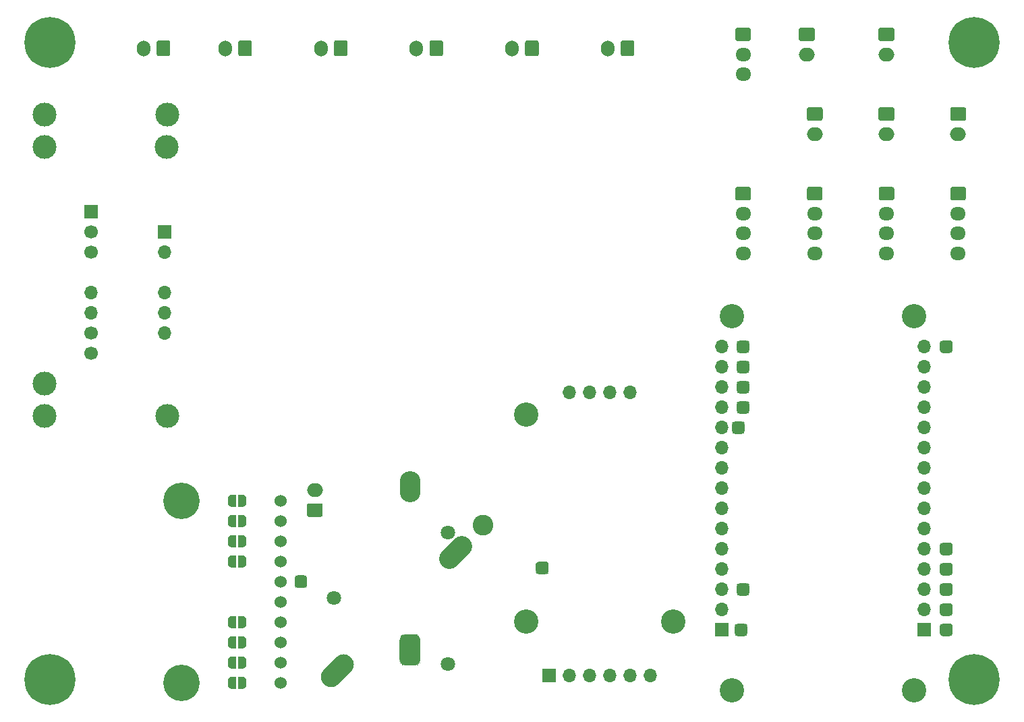
<source format=gbr>
%TF.GenerationSoftware,KiCad,Pcbnew,5.1.12-84ad8e8a86~92~ubuntu20.04.1*%
%TF.CreationDate,2021-11-30T13:36:37+05:30*%
%TF.ProjectId,vayuO2,76617975-4f32-42e6-9b69-6361645f7063,rev 3*%
%TF.SameCoordinates,Original*%
%TF.FileFunction,Soldermask,Bot*%
%TF.FilePolarity,Negative*%
%FSLAX46Y46*%
G04 Gerber Fmt 4.6, Leading zero omitted, Abs format (unit mm)*
G04 Created by KiCad (PCBNEW 5.1.12-84ad8e8a86~92~ubuntu20.04.1) date 2021-11-30 13:36:37*
%MOMM*%
%LPD*%
G01*
G04 APERTURE LIST*
%ADD10C,3.048000*%
%ADD11R,1.700000X1.700000*%
%ADD12O,1.700000X1.700000*%
%ADD13C,3.000000*%
%ADD14C,1.700000*%
%ADD15O,1.700000X2.000000*%
%ADD16O,2.000000X1.700000*%
%ADD17O,1.950000X1.700000*%
%ADD18O,2.600000X3.900000*%
%ADD19C,1.800000*%
%ADD20C,6.400000*%
%ADD21C,0.800000*%
%ADD22C,0.127000*%
%ADD23C,2.600000*%
%ADD24C,1.524000*%
%ADD25C,4.572000*%
G04 APERTURE END LIST*
D10*
X139570000Y-88430000D03*
X162430000Y-88430000D03*
X162430000Y-135420000D03*
X139570000Y-135420000D03*
D11*
X138300000Y-127800000D03*
D12*
X138300000Y-125260000D03*
X138300000Y-120180000D03*
X138300000Y-117640000D03*
X138300000Y-115100000D03*
X138300000Y-122720000D03*
X138300000Y-99860000D03*
X138300000Y-94780000D03*
X138300000Y-97320000D03*
X138300000Y-104940000D03*
X138300000Y-110020000D03*
X138300000Y-102400000D03*
X138300000Y-107480000D03*
X138300000Y-112560000D03*
X138300000Y-92240000D03*
X163700000Y-92240000D03*
X163700000Y-94780000D03*
X163700000Y-97320000D03*
X163700000Y-99860000D03*
X163700000Y-102400000D03*
X163700000Y-104940000D03*
X163700000Y-107480000D03*
X163700000Y-110020000D03*
X163700000Y-112560000D03*
X163700000Y-115100000D03*
X163700000Y-117640000D03*
X163700000Y-120180000D03*
X163700000Y-122720000D03*
X163700000Y-125260000D03*
D11*
X163700000Y-127800000D03*
G36*
G01*
X140200000Y-92640000D02*
X140200000Y-91840000D01*
G75*
G02*
X140600000Y-91440000I400000J0D01*
G01*
X141400000Y-91440000D01*
G75*
G02*
X141800000Y-91840000I0J-400000D01*
G01*
X141800000Y-92640000D01*
G75*
G02*
X141400000Y-93040000I-400000J0D01*
G01*
X140600000Y-93040000D01*
G75*
G02*
X140200000Y-92640000I0J400000D01*
G01*
G37*
G36*
G01*
X165700000Y-92640000D02*
X165700000Y-91840000D01*
G75*
G02*
X166100000Y-91440000I400000J0D01*
G01*
X166900000Y-91440000D01*
G75*
G02*
X167300000Y-91840000I0J-400000D01*
G01*
X167300000Y-92640000D01*
G75*
G02*
X166900000Y-93040000I-400000J0D01*
G01*
X166100000Y-93040000D01*
G75*
G02*
X165700000Y-92640000I0J400000D01*
G01*
G37*
G36*
G01*
X140200000Y-95180000D02*
X140200000Y-94380000D01*
G75*
G02*
X140600000Y-93980000I400000J0D01*
G01*
X141400000Y-93980000D01*
G75*
G02*
X141800000Y-94380000I0J-400000D01*
G01*
X141800000Y-95180000D01*
G75*
G02*
X141400000Y-95580000I-400000J0D01*
G01*
X140600000Y-95580000D01*
G75*
G02*
X140200000Y-95180000I0J400000D01*
G01*
G37*
G36*
G01*
X140200000Y-97720000D02*
X140200000Y-96920000D01*
G75*
G02*
X140600000Y-96520000I400000J0D01*
G01*
X141400000Y-96520000D01*
G75*
G02*
X141800000Y-96920000I0J-400000D01*
G01*
X141800000Y-97720000D01*
G75*
G02*
X141400000Y-98120000I-400000J0D01*
G01*
X140600000Y-98120000D01*
G75*
G02*
X140200000Y-97720000I0J400000D01*
G01*
G37*
G36*
G01*
X140200000Y-100260000D02*
X140200000Y-99460000D01*
G75*
G02*
X140600000Y-99060000I400000J0D01*
G01*
X141400000Y-99060000D01*
G75*
G02*
X141800000Y-99460000I0J-400000D01*
G01*
X141800000Y-100260000D01*
G75*
G02*
X141400000Y-100660000I-400000J0D01*
G01*
X140600000Y-100660000D01*
G75*
G02*
X140200000Y-100260000I0J400000D01*
G01*
G37*
G36*
G01*
X139610000Y-102800000D02*
X139610000Y-102000000D01*
G75*
G02*
X140010000Y-101600000I400000J0D01*
G01*
X140810000Y-101600000D01*
G75*
G02*
X141210000Y-102000000I0J-400000D01*
G01*
X141210000Y-102800000D01*
G75*
G02*
X140810000Y-103200000I-400000J0D01*
G01*
X140010000Y-103200000D01*
G75*
G02*
X139610000Y-102800000I0J400000D01*
G01*
G37*
G36*
G01*
X165700000Y-118040000D02*
X165700000Y-117240000D01*
G75*
G02*
X166100000Y-116840000I400000J0D01*
G01*
X166900000Y-116840000D01*
G75*
G02*
X167300000Y-117240000I0J-400000D01*
G01*
X167300000Y-118040000D01*
G75*
G02*
X166900000Y-118440000I-400000J0D01*
G01*
X166100000Y-118440000D01*
G75*
G02*
X165700000Y-118040000I0J400000D01*
G01*
G37*
G36*
G01*
X165700000Y-120580000D02*
X165700000Y-119780000D01*
G75*
G02*
X166100000Y-119380000I400000J0D01*
G01*
X166900000Y-119380000D01*
G75*
G02*
X167300000Y-119780000I0J-400000D01*
G01*
X167300000Y-120580000D01*
G75*
G02*
X166900000Y-120980000I-400000J0D01*
G01*
X166100000Y-120980000D01*
G75*
G02*
X165700000Y-120580000I0J400000D01*
G01*
G37*
G36*
G01*
X85900000Y-122530000D02*
X85100000Y-122530000D01*
G75*
G02*
X84700000Y-122130000I0J400000D01*
G01*
X84700000Y-121330000D01*
G75*
G02*
X85100000Y-120930000I400000J0D01*
G01*
X85900000Y-120930000D01*
G75*
G02*
X86300000Y-121330000I0J-400000D01*
G01*
X86300000Y-122130000D01*
G75*
G02*
X85900000Y-122530000I-400000J0D01*
G01*
G37*
G36*
G01*
X140200000Y-123120000D02*
X140200000Y-122320000D01*
G75*
G02*
X140600000Y-121920000I400000J0D01*
G01*
X141400000Y-121920000D01*
G75*
G02*
X141800000Y-122320000I0J-400000D01*
G01*
X141800000Y-123120000D01*
G75*
G02*
X141400000Y-123520000I-400000J0D01*
G01*
X140600000Y-123520000D01*
G75*
G02*
X140200000Y-123120000I0J400000D01*
G01*
G37*
G36*
G01*
X165700000Y-123120000D02*
X165700000Y-122320000D01*
G75*
G02*
X166100000Y-121920000I400000J0D01*
G01*
X166900000Y-121920000D01*
G75*
G02*
X167300000Y-122320000I0J-400000D01*
G01*
X167300000Y-123120000D01*
G75*
G02*
X166900000Y-123520000I-400000J0D01*
G01*
X166100000Y-123520000D01*
G75*
G02*
X165700000Y-123120000I0J400000D01*
G01*
G37*
G36*
G01*
X165700000Y-125660000D02*
X165700000Y-124860000D01*
G75*
G02*
X166100000Y-124460000I400000J0D01*
G01*
X166900000Y-124460000D01*
G75*
G02*
X167300000Y-124860000I0J-400000D01*
G01*
X167300000Y-125660000D01*
G75*
G02*
X166900000Y-126060000I-400000J0D01*
G01*
X166100000Y-126060000D01*
G75*
G02*
X165700000Y-125660000I0J400000D01*
G01*
G37*
G36*
G01*
X139950000Y-128200000D02*
X139950000Y-127400000D01*
G75*
G02*
X140350000Y-127000000I400000J0D01*
G01*
X141150000Y-127000000D01*
G75*
G02*
X141550000Y-127400000I0J-400000D01*
G01*
X141550000Y-128200000D01*
G75*
G02*
X141150000Y-128600000I-400000J0D01*
G01*
X140350000Y-128600000D01*
G75*
G02*
X139950000Y-128200000I0J400000D01*
G01*
G37*
G36*
G01*
X165700000Y-128200000D02*
X165700000Y-127400000D01*
G75*
G02*
X166100000Y-127000000I400000J0D01*
G01*
X166900000Y-127000000D01*
G75*
G02*
X167300000Y-127400000I0J-400000D01*
G01*
X167300000Y-128200000D01*
G75*
G02*
X166900000Y-128600000I-400000J0D01*
G01*
X166100000Y-128600000D01*
G75*
G02*
X165700000Y-128200000I0J400000D01*
G01*
G37*
D13*
X53350000Y-96850000D03*
X53350000Y-67150000D03*
X68650000Y-67150000D03*
X53300000Y-100950000D03*
X68700000Y-100950000D03*
X53300000Y-63050000D03*
X68700000Y-63050000D03*
D12*
X59200000Y-88000000D03*
X59200000Y-85460000D03*
D14*
X59200000Y-77840000D03*
D11*
X59200000Y-75300000D03*
D14*
X59200000Y-80380000D03*
X59200000Y-90540000D03*
X59200000Y-93080000D03*
D11*
X68400000Y-77800000D03*
D12*
X68400000Y-80340000D03*
X68400000Y-85420000D03*
X68400000Y-87960000D03*
X68400000Y-90500000D03*
D15*
X65750000Y-54750000D03*
G36*
G01*
X69100000Y-54000000D02*
X69100000Y-55500000D01*
G75*
G02*
X68850000Y-55750000I-250000J0D01*
G01*
X67650000Y-55750000D01*
G75*
G02*
X67400000Y-55500000I0J250000D01*
G01*
X67400000Y-54000000D01*
G75*
G02*
X67650000Y-53750000I250000J0D01*
G01*
X68850000Y-53750000D01*
G75*
G02*
X69100000Y-54000000I0J-250000D01*
G01*
G37*
X76000000Y-54750000D03*
G36*
G01*
X79350000Y-54000000D02*
X79350000Y-55500000D01*
G75*
G02*
X79100000Y-55750000I-250000J0D01*
G01*
X77900000Y-55750000D01*
G75*
G02*
X77650000Y-55500000I0J250000D01*
G01*
X77650000Y-54000000D01*
G75*
G02*
X77900000Y-53750000I250000J0D01*
G01*
X79100000Y-53750000D01*
G75*
G02*
X79350000Y-54000000I0J-250000D01*
G01*
G37*
D16*
X159000000Y-65500000D03*
G36*
G01*
X158250000Y-62150000D02*
X159750000Y-62150000D01*
G75*
G02*
X160000000Y-62400000I0J-250000D01*
G01*
X160000000Y-63600000D01*
G75*
G02*
X159750000Y-63850000I-250000J0D01*
G01*
X158250000Y-63850000D01*
G75*
G02*
X158000000Y-63600000I0J250000D01*
G01*
X158000000Y-62400000D01*
G75*
G02*
X158250000Y-62150000I250000J0D01*
G01*
G37*
D17*
X150000000Y-80500000D03*
X150000000Y-78000000D03*
X150000000Y-75500000D03*
G36*
G01*
X149275000Y-72150000D02*
X150725000Y-72150000D01*
G75*
G02*
X150975000Y-72400000I0J-250000D01*
G01*
X150975000Y-73600000D01*
G75*
G02*
X150725000Y-73850000I-250000J0D01*
G01*
X149275000Y-73850000D01*
G75*
G02*
X149025000Y-73600000I0J250000D01*
G01*
X149025000Y-72400000D01*
G75*
G02*
X149275000Y-72150000I250000J0D01*
G01*
G37*
X159000000Y-80500000D03*
X159000000Y-78000000D03*
X159000000Y-75500000D03*
G36*
G01*
X158275000Y-72150000D02*
X159725000Y-72150000D01*
G75*
G02*
X159975000Y-72400000I0J-250000D01*
G01*
X159975000Y-73600000D01*
G75*
G02*
X159725000Y-73850000I-250000J0D01*
G01*
X158275000Y-73850000D01*
G75*
G02*
X158025000Y-73600000I0J250000D01*
G01*
X158025000Y-72400000D01*
G75*
G02*
X158275000Y-72150000I250000J0D01*
G01*
G37*
G36*
G01*
X100500000Y-129000000D02*
X100500000Y-131600000D01*
G75*
G02*
X99850000Y-132250000I-650000J0D01*
G01*
X98550000Y-132250000D01*
G75*
G02*
X97900000Y-131600000I0J650000D01*
G01*
X97900000Y-129000000D01*
G75*
G02*
X98550000Y-128350000I650000J0D01*
G01*
X99850000Y-128350000D01*
G75*
G02*
X100500000Y-129000000I0J-650000D01*
G01*
G37*
D18*
X99200000Y-109800000D03*
D19*
X103962000Y-115551000D03*
X89675000Y-123800000D03*
X103962000Y-132049000D03*
D16*
X149000000Y-55500000D03*
G36*
G01*
X148250000Y-52150000D02*
X149750000Y-52150000D01*
G75*
G02*
X150000000Y-52400000I0J-250000D01*
G01*
X150000000Y-53600000D01*
G75*
G02*
X149750000Y-53850000I-250000J0D01*
G01*
X148250000Y-53850000D01*
G75*
G02*
X148000000Y-53600000I0J250000D01*
G01*
X148000000Y-52400000D01*
G75*
G02*
X148250000Y-52150000I250000J0D01*
G01*
G37*
D15*
X124000000Y-54750000D03*
G36*
G01*
X127350000Y-54000000D02*
X127350000Y-55500000D01*
G75*
G02*
X127100000Y-55750000I-250000J0D01*
G01*
X125900000Y-55750000D01*
G75*
G02*
X125650000Y-55500000I0J250000D01*
G01*
X125650000Y-54000000D01*
G75*
G02*
X125900000Y-53750000I250000J0D01*
G01*
X127100000Y-53750000D01*
G75*
G02*
X127350000Y-54000000I0J-250000D01*
G01*
G37*
X112000000Y-54750000D03*
G36*
G01*
X115350000Y-54000000D02*
X115350000Y-55500000D01*
G75*
G02*
X115100000Y-55750000I-250000J0D01*
G01*
X113900000Y-55750000D01*
G75*
G02*
X113650000Y-55500000I0J250000D01*
G01*
X113650000Y-54000000D01*
G75*
G02*
X113900000Y-53750000I250000J0D01*
G01*
X115100000Y-53750000D01*
G75*
G02*
X115350000Y-54000000I0J-250000D01*
G01*
G37*
X100000000Y-54750000D03*
G36*
G01*
X103350000Y-54000000D02*
X103350000Y-55500000D01*
G75*
G02*
X103100000Y-55750000I-250000J0D01*
G01*
X101900000Y-55750000D01*
G75*
G02*
X101650000Y-55500000I0J250000D01*
G01*
X101650000Y-54000000D01*
G75*
G02*
X101900000Y-53750000I250000J0D01*
G01*
X103100000Y-53750000D01*
G75*
G02*
X103350000Y-54000000I0J-250000D01*
G01*
G37*
X88000000Y-54750000D03*
G36*
G01*
X91350000Y-54000000D02*
X91350000Y-55500000D01*
G75*
G02*
X91100000Y-55750000I-250000J0D01*
G01*
X89900000Y-55750000D01*
G75*
G02*
X89650000Y-55500000I0J250000D01*
G01*
X89650000Y-54000000D01*
G75*
G02*
X89900000Y-53750000I250000J0D01*
G01*
X91100000Y-53750000D01*
G75*
G02*
X91350000Y-54000000I0J-250000D01*
G01*
G37*
D11*
X116650000Y-133500000D03*
D12*
X119190000Y-133500000D03*
X121730000Y-133500000D03*
X124270000Y-133500000D03*
X126810000Y-133500000D03*
X129350000Y-133500000D03*
X126810000Y-97940000D03*
X124270000Y-97940000D03*
X119190000Y-97940000D03*
X121730000Y-97940000D03*
D10*
X113750000Y-126770000D03*
X113750000Y-100770000D03*
X132250000Y-126770000D03*
D17*
X141000000Y-80500000D03*
X141000000Y-78000000D03*
X141000000Y-75500000D03*
G36*
G01*
X140275000Y-72150000D02*
X141725000Y-72150000D01*
G75*
G02*
X141975000Y-72400000I0J-250000D01*
G01*
X141975000Y-73600000D01*
G75*
G02*
X141725000Y-73850000I-250000J0D01*
G01*
X140275000Y-73850000D01*
G75*
G02*
X140025000Y-73600000I0J250000D01*
G01*
X140025000Y-72400000D01*
G75*
G02*
X140275000Y-72150000I250000J0D01*
G01*
G37*
D16*
X159000000Y-55500000D03*
G36*
G01*
X158250000Y-52150000D02*
X159750000Y-52150000D01*
G75*
G02*
X160000000Y-52400000I0J-250000D01*
G01*
X160000000Y-53600000D01*
G75*
G02*
X159750000Y-53850000I-250000J0D01*
G01*
X158250000Y-53850000D01*
G75*
G02*
X158000000Y-53600000I0J250000D01*
G01*
X158000000Y-52400000D01*
G75*
G02*
X158250000Y-52150000I250000J0D01*
G01*
G37*
D20*
X170000000Y-54000000D03*
D21*
X172400000Y-54000000D03*
X171697056Y-55697056D03*
X170000000Y-56400000D03*
X168302944Y-55697056D03*
X167600000Y-54000000D03*
X168302944Y-52302944D03*
X170000000Y-51600000D03*
X171697056Y-52302944D03*
D20*
X170000000Y-134000000D03*
D21*
X172400000Y-134000000D03*
X171697056Y-135697056D03*
X170000000Y-136400000D03*
X168302944Y-135697056D03*
X167600000Y-134000000D03*
X168302944Y-132302944D03*
X170000000Y-131600000D03*
X171697056Y-132302944D03*
D20*
X54000000Y-54000000D03*
D21*
X56400000Y-54000000D03*
X55697056Y-55697056D03*
X54000000Y-56400000D03*
X52302944Y-55697056D03*
X51600000Y-54000000D03*
X52302944Y-52302944D03*
X54000000Y-51600000D03*
X55697056Y-52302944D03*
D20*
X54000000Y-134000000D03*
D21*
X56400000Y-134000000D03*
X55697056Y-135697056D03*
X54000000Y-136400000D03*
X52302944Y-135697056D03*
X51600000Y-134000000D03*
X52302944Y-132302944D03*
X54000000Y-131600000D03*
X55697056Y-132302944D03*
D22*
G36*
X76850000Y-112319398D02*
G01*
X76825466Y-112319398D01*
X76776635Y-112314588D01*
X76728510Y-112305016D01*
X76681555Y-112290772D01*
X76636222Y-112271995D01*
X76592949Y-112248864D01*
X76552150Y-112221604D01*
X76514221Y-112190476D01*
X76479524Y-112155779D01*
X76448396Y-112117850D01*
X76421136Y-112077051D01*
X76398005Y-112033778D01*
X76379228Y-111988445D01*
X76364984Y-111941490D01*
X76355412Y-111893365D01*
X76350602Y-111844534D01*
X76350602Y-111820000D01*
X76350000Y-111820000D01*
X76350000Y-111320000D01*
X76350602Y-111320000D01*
X76350602Y-111295466D01*
X76355412Y-111246635D01*
X76364984Y-111198510D01*
X76379228Y-111151555D01*
X76398005Y-111106222D01*
X76421136Y-111062949D01*
X76448396Y-111022150D01*
X76479524Y-110984221D01*
X76514221Y-110949524D01*
X76552150Y-110918396D01*
X76592949Y-110891136D01*
X76636222Y-110868005D01*
X76681555Y-110849228D01*
X76728510Y-110834984D01*
X76776635Y-110825412D01*
X76825466Y-110820602D01*
X76850000Y-110820602D01*
X76850000Y-110820000D01*
X77350000Y-110820000D01*
X77350000Y-112320000D01*
X76850000Y-112320000D01*
X76850000Y-112319398D01*
G37*
G36*
X77650000Y-110820000D02*
G01*
X78150000Y-110820000D01*
X78150000Y-110820602D01*
X78174534Y-110820602D01*
X78223365Y-110825412D01*
X78271490Y-110834984D01*
X78318445Y-110849228D01*
X78363778Y-110868005D01*
X78407051Y-110891136D01*
X78447850Y-110918396D01*
X78485779Y-110949524D01*
X78520476Y-110984221D01*
X78551604Y-111022150D01*
X78578864Y-111062949D01*
X78601995Y-111106222D01*
X78620772Y-111151555D01*
X78635016Y-111198510D01*
X78644588Y-111246635D01*
X78649398Y-111295466D01*
X78649398Y-111320000D01*
X78650000Y-111320000D01*
X78650000Y-111820000D01*
X78649398Y-111820000D01*
X78649398Y-111844534D01*
X78644588Y-111893365D01*
X78635016Y-111941490D01*
X78620772Y-111988445D01*
X78601995Y-112033778D01*
X78578864Y-112077051D01*
X78551604Y-112117850D01*
X78520476Y-112155779D01*
X78485779Y-112190476D01*
X78447850Y-112221604D01*
X78407051Y-112248864D01*
X78363778Y-112271995D01*
X78318445Y-112290772D01*
X78271490Y-112305016D01*
X78223365Y-112314588D01*
X78174534Y-112319398D01*
X78150000Y-112319398D01*
X78150000Y-112320000D01*
X77650000Y-112320000D01*
X77650000Y-110820000D01*
G37*
G36*
X76850000Y-114859398D02*
G01*
X76825466Y-114859398D01*
X76776635Y-114854588D01*
X76728510Y-114845016D01*
X76681555Y-114830772D01*
X76636222Y-114811995D01*
X76592949Y-114788864D01*
X76552150Y-114761604D01*
X76514221Y-114730476D01*
X76479524Y-114695779D01*
X76448396Y-114657850D01*
X76421136Y-114617051D01*
X76398005Y-114573778D01*
X76379228Y-114528445D01*
X76364984Y-114481490D01*
X76355412Y-114433365D01*
X76350602Y-114384534D01*
X76350602Y-114360000D01*
X76350000Y-114360000D01*
X76350000Y-113860000D01*
X76350602Y-113860000D01*
X76350602Y-113835466D01*
X76355412Y-113786635D01*
X76364984Y-113738510D01*
X76379228Y-113691555D01*
X76398005Y-113646222D01*
X76421136Y-113602949D01*
X76448396Y-113562150D01*
X76479524Y-113524221D01*
X76514221Y-113489524D01*
X76552150Y-113458396D01*
X76592949Y-113431136D01*
X76636222Y-113408005D01*
X76681555Y-113389228D01*
X76728510Y-113374984D01*
X76776635Y-113365412D01*
X76825466Y-113360602D01*
X76850000Y-113360602D01*
X76850000Y-113360000D01*
X77350000Y-113360000D01*
X77350000Y-114860000D01*
X76850000Y-114860000D01*
X76850000Y-114859398D01*
G37*
G36*
X77650000Y-113360000D02*
G01*
X78150000Y-113360000D01*
X78150000Y-113360602D01*
X78174534Y-113360602D01*
X78223365Y-113365412D01*
X78271490Y-113374984D01*
X78318445Y-113389228D01*
X78363778Y-113408005D01*
X78407051Y-113431136D01*
X78447850Y-113458396D01*
X78485779Y-113489524D01*
X78520476Y-113524221D01*
X78551604Y-113562150D01*
X78578864Y-113602949D01*
X78601995Y-113646222D01*
X78620772Y-113691555D01*
X78635016Y-113738510D01*
X78644588Y-113786635D01*
X78649398Y-113835466D01*
X78649398Y-113860000D01*
X78650000Y-113860000D01*
X78650000Y-114360000D01*
X78649398Y-114360000D01*
X78649398Y-114384534D01*
X78644588Y-114433365D01*
X78635016Y-114481490D01*
X78620772Y-114528445D01*
X78601995Y-114573778D01*
X78578864Y-114617051D01*
X78551604Y-114657850D01*
X78520476Y-114695779D01*
X78485779Y-114730476D01*
X78447850Y-114761604D01*
X78407051Y-114788864D01*
X78363778Y-114811995D01*
X78318445Y-114830772D01*
X78271490Y-114845016D01*
X78223365Y-114854588D01*
X78174534Y-114859398D01*
X78150000Y-114859398D01*
X78150000Y-114860000D01*
X77650000Y-114860000D01*
X77650000Y-113360000D01*
G37*
G36*
X76850000Y-117399398D02*
G01*
X76825466Y-117399398D01*
X76776635Y-117394588D01*
X76728510Y-117385016D01*
X76681555Y-117370772D01*
X76636222Y-117351995D01*
X76592949Y-117328864D01*
X76552150Y-117301604D01*
X76514221Y-117270476D01*
X76479524Y-117235779D01*
X76448396Y-117197850D01*
X76421136Y-117157051D01*
X76398005Y-117113778D01*
X76379228Y-117068445D01*
X76364984Y-117021490D01*
X76355412Y-116973365D01*
X76350602Y-116924534D01*
X76350602Y-116900000D01*
X76350000Y-116900000D01*
X76350000Y-116400000D01*
X76350602Y-116400000D01*
X76350602Y-116375466D01*
X76355412Y-116326635D01*
X76364984Y-116278510D01*
X76379228Y-116231555D01*
X76398005Y-116186222D01*
X76421136Y-116142949D01*
X76448396Y-116102150D01*
X76479524Y-116064221D01*
X76514221Y-116029524D01*
X76552150Y-115998396D01*
X76592949Y-115971136D01*
X76636222Y-115948005D01*
X76681555Y-115929228D01*
X76728510Y-115914984D01*
X76776635Y-115905412D01*
X76825466Y-115900602D01*
X76850000Y-115900602D01*
X76850000Y-115900000D01*
X77350000Y-115900000D01*
X77350000Y-117400000D01*
X76850000Y-117400000D01*
X76850000Y-117399398D01*
G37*
G36*
X77650000Y-115900000D02*
G01*
X78150000Y-115900000D01*
X78150000Y-115900602D01*
X78174534Y-115900602D01*
X78223365Y-115905412D01*
X78271490Y-115914984D01*
X78318445Y-115929228D01*
X78363778Y-115948005D01*
X78407051Y-115971136D01*
X78447850Y-115998396D01*
X78485779Y-116029524D01*
X78520476Y-116064221D01*
X78551604Y-116102150D01*
X78578864Y-116142949D01*
X78601995Y-116186222D01*
X78620772Y-116231555D01*
X78635016Y-116278510D01*
X78644588Y-116326635D01*
X78649398Y-116375466D01*
X78649398Y-116400000D01*
X78650000Y-116400000D01*
X78650000Y-116900000D01*
X78649398Y-116900000D01*
X78649398Y-116924534D01*
X78644588Y-116973365D01*
X78635016Y-117021490D01*
X78620772Y-117068445D01*
X78601995Y-117113778D01*
X78578864Y-117157051D01*
X78551604Y-117197850D01*
X78520476Y-117235779D01*
X78485779Y-117270476D01*
X78447850Y-117301604D01*
X78407051Y-117328864D01*
X78363778Y-117351995D01*
X78318445Y-117370772D01*
X78271490Y-117385016D01*
X78223365Y-117394588D01*
X78174534Y-117399398D01*
X78150000Y-117399398D01*
X78150000Y-117400000D01*
X77650000Y-117400000D01*
X77650000Y-115900000D01*
G37*
G36*
X76850000Y-119939398D02*
G01*
X76825466Y-119939398D01*
X76776635Y-119934588D01*
X76728510Y-119925016D01*
X76681555Y-119910772D01*
X76636222Y-119891995D01*
X76592949Y-119868864D01*
X76552150Y-119841604D01*
X76514221Y-119810476D01*
X76479524Y-119775779D01*
X76448396Y-119737850D01*
X76421136Y-119697051D01*
X76398005Y-119653778D01*
X76379228Y-119608445D01*
X76364984Y-119561490D01*
X76355412Y-119513365D01*
X76350602Y-119464534D01*
X76350602Y-119440000D01*
X76350000Y-119440000D01*
X76350000Y-118940000D01*
X76350602Y-118940000D01*
X76350602Y-118915466D01*
X76355412Y-118866635D01*
X76364984Y-118818510D01*
X76379228Y-118771555D01*
X76398005Y-118726222D01*
X76421136Y-118682949D01*
X76448396Y-118642150D01*
X76479524Y-118604221D01*
X76514221Y-118569524D01*
X76552150Y-118538396D01*
X76592949Y-118511136D01*
X76636222Y-118488005D01*
X76681555Y-118469228D01*
X76728510Y-118454984D01*
X76776635Y-118445412D01*
X76825466Y-118440602D01*
X76850000Y-118440602D01*
X76850000Y-118440000D01*
X77350000Y-118440000D01*
X77350000Y-119940000D01*
X76850000Y-119940000D01*
X76850000Y-119939398D01*
G37*
G36*
X77650000Y-118440000D02*
G01*
X78150000Y-118440000D01*
X78150000Y-118440602D01*
X78174534Y-118440602D01*
X78223365Y-118445412D01*
X78271490Y-118454984D01*
X78318445Y-118469228D01*
X78363778Y-118488005D01*
X78407051Y-118511136D01*
X78447850Y-118538396D01*
X78485779Y-118569524D01*
X78520476Y-118604221D01*
X78551604Y-118642150D01*
X78578864Y-118682949D01*
X78601995Y-118726222D01*
X78620772Y-118771555D01*
X78635016Y-118818510D01*
X78644588Y-118866635D01*
X78649398Y-118915466D01*
X78649398Y-118940000D01*
X78650000Y-118940000D01*
X78650000Y-119440000D01*
X78649398Y-119440000D01*
X78649398Y-119464534D01*
X78644588Y-119513365D01*
X78635016Y-119561490D01*
X78620772Y-119608445D01*
X78601995Y-119653778D01*
X78578864Y-119697051D01*
X78551604Y-119737850D01*
X78520476Y-119775779D01*
X78485779Y-119810476D01*
X78447850Y-119841604D01*
X78407051Y-119868864D01*
X78363778Y-119891995D01*
X78318445Y-119910772D01*
X78271490Y-119925016D01*
X78223365Y-119934588D01*
X78174534Y-119939398D01*
X78150000Y-119939398D01*
X78150000Y-119940000D01*
X77650000Y-119940000D01*
X77650000Y-118440000D01*
G37*
G36*
X76850000Y-127559398D02*
G01*
X76825466Y-127559398D01*
X76776635Y-127554588D01*
X76728510Y-127545016D01*
X76681555Y-127530772D01*
X76636222Y-127511995D01*
X76592949Y-127488864D01*
X76552150Y-127461604D01*
X76514221Y-127430476D01*
X76479524Y-127395779D01*
X76448396Y-127357850D01*
X76421136Y-127317051D01*
X76398005Y-127273778D01*
X76379228Y-127228445D01*
X76364984Y-127181490D01*
X76355412Y-127133365D01*
X76350602Y-127084534D01*
X76350602Y-127060000D01*
X76350000Y-127060000D01*
X76350000Y-126560000D01*
X76350602Y-126560000D01*
X76350602Y-126535466D01*
X76355412Y-126486635D01*
X76364984Y-126438510D01*
X76379228Y-126391555D01*
X76398005Y-126346222D01*
X76421136Y-126302949D01*
X76448396Y-126262150D01*
X76479524Y-126224221D01*
X76514221Y-126189524D01*
X76552150Y-126158396D01*
X76592949Y-126131136D01*
X76636222Y-126108005D01*
X76681555Y-126089228D01*
X76728510Y-126074984D01*
X76776635Y-126065412D01*
X76825466Y-126060602D01*
X76850000Y-126060602D01*
X76850000Y-126060000D01*
X77350000Y-126060000D01*
X77350000Y-127560000D01*
X76850000Y-127560000D01*
X76850000Y-127559398D01*
G37*
G36*
X77650000Y-126060000D02*
G01*
X78150000Y-126060000D01*
X78150000Y-126060602D01*
X78174534Y-126060602D01*
X78223365Y-126065412D01*
X78271490Y-126074984D01*
X78318445Y-126089228D01*
X78363778Y-126108005D01*
X78407051Y-126131136D01*
X78447850Y-126158396D01*
X78485779Y-126189524D01*
X78520476Y-126224221D01*
X78551604Y-126262150D01*
X78578864Y-126302949D01*
X78601995Y-126346222D01*
X78620772Y-126391555D01*
X78635016Y-126438510D01*
X78644588Y-126486635D01*
X78649398Y-126535466D01*
X78649398Y-126560000D01*
X78650000Y-126560000D01*
X78650000Y-127060000D01*
X78649398Y-127060000D01*
X78649398Y-127084534D01*
X78644588Y-127133365D01*
X78635016Y-127181490D01*
X78620772Y-127228445D01*
X78601995Y-127273778D01*
X78578864Y-127317051D01*
X78551604Y-127357850D01*
X78520476Y-127395779D01*
X78485779Y-127430476D01*
X78447850Y-127461604D01*
X78407051Y-127488864D01*
X78363778Y-127511995D01*
X78318445Y-127530772D01*
X78271490Y-127545016D01*
X78223365Y-127554588D01*
X78174534Y-127559398D01*
X78150000Y-127559398D01*
X78150000Y-127560000D01*
X77650000Y-127560000D01*
X77650000Y-126060000D01*
G37*
G36*
X76850001Y-130099398D02*
G01*
X76825467Y-130099398D01*
X76776636Y-130094588D01*
X76728511Y-130085016D01*
X76681556Y-130070772D01*
X76636223Y-130051995D01*
X76592950Y-130028864D01*
X76552151Y-130001604D01*
X76514222Y-129970476D01*
X76479525Y-129935779D01*
X76448397Y-129897850D01*
X76421137Y-129857051D01*
X76398006Y-129813778D01*
X76379229Y-129768445D01*
X76364985Y-129721490D01*
X76355413Y-129673365D01*
X76350603Y-129624534D01*
X76350603Y-129600000D01*
X76350001Y-129600000D01*
X76350001Y-129100000D01*
X76350603Y-129100000D01*
X76350603Y-129075466D01*
X76355413Y-129026635D01*
X76364985Y-128978510D01*
X76379229Y-128931555D01*
X76398006Y-128886222D01*
X76421137Y-128842949D01*
X76448397Y-128802150D01*
X76479525Y-128764221D01*
X76514222Y-128729524D01*
X76552151Y-128698396D01*
X76592950Y-128671136D01*
X76636223Y-128648005D01*
X76681556Y-128629228D01*
X76728511Y-128614984D01*
X76776636Y-128605412D01*
X76825467Y-128600602D01*
X76850001Y-128600602D01*
X76850001Y-128600000D01*
X77350001Y-128600000D01*
X77350001Y-130100000D01*
X76850001Y-130100000D01*
X76850001Y-130099398D01*
G37*
G36*
X77650001Y-128600000D02*
G01*
X78150001Y-128600000D01*
X78150001Y-128600602D01*
X78174535Y-128600602D01*
X78223366Y-128605412D01*
X78271491Y-128614984D01*
X78318446Y-128629228D01*
X78363779Y-128648005D01*
X78407052Y-128671136D01*
X78447851Y-128698396D01*
X78485780Y-128729524D01*
X78520477Y-128764221D01*
X78551605Y-128802150D01*
X78578865Y-128842949D01*
X78601996Y-128886222D01*
X78620773Y-128931555D01*
X78635017Y-128978510D01*
X78644589Y-129026635D01*
X78649399Y-129075466D01*
X78649399Y-129100000D01*
X78650001Y-129100000D01*
X78650001Y-129600000D01*
X78649399Y-129600000D01*
X78649399Y-129624534D01*
X78644589Y-129673365D01*
X78635017Y-129721490D01*
X78620773Y-129768445D01*
X78601996Y-129813778D01*
X78578865Y-129857051D01*
X78551605Y-129897850D01*
X78520477Y-129935779D01*
X78485780Y-129970476D01*
X78447851Y-130001604D01*
X78407052Y-130028864D01*
X78363779Y-130051995D01*
X78318446Y-130070772D01*
X78271491Y-130085016D01*
X78223366Y-130094588D01*
X78174535Y-130099398D01*
X78150001Y-130099398D01*
X78150001Y-130100000D01*
X77650001Y-130100000D01*
X77650001Y-128600000D01*
G37*
G36*
X76850000Y-132639398D02*
G01*
X76825466Y-132639398D01*
X76776635Y-132634588D01*
X76728510Y-132625016D01*
X76681555Y-132610772D01*
X76636222Y-132591995D01*
X76592949Y-132568864D01*
X76552150Y-132541604D01*
X76514221Y-132510476D01*
X76479524Y-132475779D01*
X76448396Y-132437850D01*
X76421136Y-132397051D01*
X76398005Y-132353778D01*
X76379228Y-132308445D01*
X76364984Y-132261490D01*
X76355412Y-132213365D01*
X76350602Y-132164534D01*
X76350602Y-132140000D01*
X76350000Y-132140000D01*
X76350000Y-131640000D01*
X76350602Y-131640000D01*
X76350602Y-131615466D01*
X76355412Y-131566635D01*
X76364984Y-131518510D01*
X76379228Y-131471555D01*
X76398005Y-131426222D01*
X76421136Y-131382949D01*
X76448396Y-131342150D01*
X76479524Y-131304221D01*
X76514221Y-131269524D01*
X76552150Y-131238396D01*
X76592949Y-131211136D01*
X76636222Y-131188005D01*
X76681555Y-131169228D01*
X76728510Y-131154984D01*
X76776635Y-131145412D01*
X76825466Y-131140602D01*
X76850000Y-131140602D01*
X76850000Y-131140000D01*
X77350000Y-131140000D01*
X77350000Y-132640000D01*
X76850000Y-132640000D01*
X76850000Y-132639398D01*
G37*
G36*
X77650000Y-131140000D02*
G01*
X78150000Y-131140000D01*
X78150000Y-131140602D01*
X78174534Y-131140602D01*
X78223365Y-131145412D01*
X78271490Y-131154984D01*
X78318445Y-131169228D01*
X78363778Y-131188005D01*
X78407051Y-131211136D01*
X78447850Y-131238396D01*
X78485779Y-131269524D01*
X78520476Y-131304221D01*
X78551604Y-131342150D01*
X78578864Y-131382949D01*
X78601995Y-131426222D01*
X78620772Y-131471555D01*
X78635016Y-131518510D01*
X78644588Y-131566635D01*
X78649398Y-131615466D01*
X78649398Y-131640000D01*
X78650000Y-131640000D01*
X78650000Y-132140000D01*
X78649398Y-132140000D01*
X78649398Y-132164534D01*
X78644588Y-132213365D01*
X78635016Y-132261490D01*
X78620772Y-132308445D01*
X78601995Y-132353778D01*
X78578864Y-132397051D01*
X78551604Y-132437850D01*
X78520476Y-132475779D01*
X78485779Y-132510476D01*
X78447850Y-132541604D01*
X78407051Y-132568864D01*
X78363778Y-132591995D01*
X78318445Y-132610772D01*
X78271490Y-132625016D01*
X78223365Y-132634588D01*
X78174534Y-132639398D01*
X78150000Y-132639398D01*
X78150000Y-132640000D01*
X77650000Y-132640000D01*
X77650000Y-131140000D01*
G37*
G36*
X76850000Y-135179398D02*
G01*
X76825466Y-135179398D01*
X76776635Y-135174588D01*
X76728510Y-135165016D01*
X76681555Y-135150772D01*
X76636222Y-135131995D01*
X76592949Y-135108864D01*
X76552150Y-135081604D01*
X76514221Y-135050476D01*
X76479524Y-135015779D01*
X76448396Y-134977850D01*
X76421136Y-134937051D01*
X76398005Y-134893778D01*
X76379228Y-134848445D01*
X76364984Y-134801490D01*
X76355412Y-134753365D01*
X76350602Y-134704534D01*
X76350602Y-134680000D01*
X76350000Y-134680000D01*
X76350000Y-134180000D01*
X76350602Y-134180000D01*
X76350602Y-134155466D01*
X76355412Y-134106635D01*
X76364984Y-134058510D01*
X76379228Y-134011555D01*
X76398005Y-133966222D01*
X76421136Y-133922949D01*
X76448396Y-133882150D01*
X76479524Y-133844221D01*
X76514221Y-133809524D01*
X76552150Y-133778396D01*
X76592949Y-133751136D01*
X76636222Y-133728005D01*
X76681555Y-133709228D01*
X76728510Y-133694984D01*
X76776635Y-133685412D01*
X76825466Y-133680602D01*
X76850000Y-133680602D01*
X76850000Y-133680000D01*
X77350000Y-133680000D01*
X77350000Y-135180000D01*
X76850000Y-135180000D01*
X76850000Y-135179398D01*
G37*
G36*
X77650000Y-133680000D02*
G01*
X78150000Y-133680000D01*
X78150000Y-133680602D01*
X78174534Y-133680602D01*
X78223365Y-133685412D01*
X78271490Y-133694984D01*
X78318445Y-133709228D01*
X78363778Y-133728005D01*
X78407051Y-133751136D01*
X78447850Y-133778396D01*
X78485779Y-133809524D01*
X78520476Y-133844221D01*
X78551604Y-133882150D01*
X78578864Y-133922949D01*
X78601995Y-133966222D01*
X78620772Y-134011555D01*
X78635016Y-134058510D01*
X78644588Y-134106635D01*
X78649398Y-134155466D01*
X78649398Y-134180000D01*
X78650000Y-134180000D01*
X78650000Y-134680000D01*
X78649398Y-134680000D01*
X78649398Y-134704534D01*
X78644588Y-134753365D01*
X78635016Y-134801490D01*
X78620772Y-134848445D01*
X78601995Y-134893778D01*
X78578864Y-134937051D01*
X78551604Y-134977850D01*
X78520476Y-135015779D01*
X78485779Y-135050476D01*
X78447850Y-135081604D01*
X78407051Y-135108864D01*
X78363778Y-135131995D01*
X78318445Y-135150772D01*
X78271490Y-135165016D01*
X78223365Y-135174588D01*
X78174534Y-135179398D01*
X78150000Y-135179398D01*
X78150000Y-135180000D01*
X77650000Y-135180000D01*
X77650000Y-133680000D01*
G37*
D23*
X108392388Y-114607612D03*
G36*
G01*
X103230509Y-117931013D02*
X104786143Y-116375379D01*
G75*
G02*
X106624621Y-116375379I919239J-919239D01*
G01*
X106624621Y-116375379D01*
G75*
G02*
X106624621Y-118213857I-919239J-919239D01*
G01*
X105068987Y-119769491D01*
G75*
G02*
X103230509Y-119769491I-919239J919239D01*
G01*
X103230509Y-119769491D01*
G75*
G02*
X103230509Y-117931013I919239J919239D01*
G01*
G37*
G36*
G01*
X88381267Y-132780255D02*
X89936901Y-131224621D01*
G75*
G02*
X91775379Y-131224621I919239J-919239D01*
G01*
X91775379Y-131224621D01*
G75*
G02*
X91775379Y-133063099I-919239J-919239D01*
G01*
X90219745Y-134618733D01*
G75*
G02*
X88381267Y-134618733I-919239J919239D01*
G01*
X88381267Y-134618733D01*
G75*
G02*
X88381267Y-132780255I919239J919239D01*
G01*
G37*
G36*
G01*
X116200000Y-120800000D02*
X115400000Y-120800000D01*
G75*
G02*
X115000000Y-120400000I0J400000D01*
G01*
X115000000Y-119600000D01*
G75*
G02*
X115400000Y-119200000I400000J0D01*
G01*
X116200000Y-119200000D01*
G75*
G02*
X116600000Y-119600000I0J-400000D01*
G01*
X116600000Y-120400000D01*
G75*
G02*
X116200000Y-120800000I-400000J0D01*
G01*
G37*
D16*
X168000000Y-65500000D03*
G36*
G01*
X167250000Y-62150000D02*
X168750000Y-62150000D01*
G75*
G02*
X169000000Y-62400000I0J-250000D01*
G01*
X169000000Y-63600000D01*
G75*
G02*
X168750000Y-63850000I-250000J0D01*
G01*
X167250000Y-63850000D01*
G75*
G02*
X167000000Y-63600000I0J250000D01*
G01*
X167000000Y-62400000D01*
G75*
G02*
X167250000Y-62150000I250000J0D01*
G01*
G37*
X150000000Y-65500000D03*
G36*
G01*
X149250000Y-62150000D02*
X150750000Y-62150000D01*
G75*
G02*
X151000000Y-62400000I0J-250000D01*
G01*
X151000000Y-63600000D01*
G75*
G02*
X150750000Y-63850000I-250000J0D01*
G01*
X149250000Y-63850000D01*
G75*
G02*
X149000000Y-63600000I0J250000D01*
G01*
X149000000Y-62400000D01*
G75*
G02*
X149250000Y-62150000I250000J0D01*
G01*
G37*
D24*
X83000000Y-124270000D03*
X83000000Y-121730000D03*
X83000000Y-119190000D03*
X83000000Y-116650000D03*
X83000000Y-114110000D03*
X83000000Y-111570000D03*
X83000000Y-126810000D03*
X83000000Y-129350000D03*
X83000000Y-131890000D03*
X83000000Y-134430000D03*
D25*
X70554000Y-134430000D03*
X70554000Y-111570000D03*
D16*
X87250000Y-110250000D03*
G36*
G01*
X88000000Y-113600000D02*
X86500000Y-113600000D01*
G75*
G02*
X86250000Y-113350000I0J250000D01*
G01*
X86250000Y-112150000D01*
G75*
G02*
X86500000Y-111900000I250000J0D01*
G01*
X88000000Y-111900000D01*
G75*
G02*
X88250000Y-112150000I0J-250000D01*
G01*
X88250000Y-113350000D01*
G75*
G02*
X88000000Y-113600000I-250000J0D01*
G01*
G37*
D17*
X168000000Y-80500000D03*
X168000000Y-78000000D03*
X168000000Y-75500000D03*
G36*
G01*
X167275000Y-72150000D02*
X168725000Y-72150000D01*
G75*
G02*
X168975000Y-72400000I0J-250000D01*
G01*
X168975000Y-73600000D01*
G75*
G02*
X168725000Y-73850000I-250000J0D01*
G01*
X167275000Y-73850000D01*
G75*
G02*
X167025000Y-73600000I0J250000D01*
G01*
X167025000Y-72400000D01*
G75*
G02*
X167275000Y-72150000I250000J0D01*
G01*
G37*
X141000000Y-58000000D03*
X141000000Y-55500000D03*
G36*
G01*
X140275000Y-52150000D02*
X141725000Y-52150000D01*
G75*
G02*
X141975000Y-52400000I0J-250000D01*
G01*
X141975000Y-53600000D01*
G75*
G02*
X141725000Y-53850000I-250000J0D01*
G01*
X140275000Y-53850000D01*
G75*
G02*
X140025000Y-53600000I0J250000D01*
G01*
X140025000Y-52400000D01*
G75*
G02*
X140275000Y-52150000I250000J0D01*
G01*
G37*
D22*
G36*
X100501165Y-131598374D02*
G01*
X100502000Y-131600000D01*
X100502000Y-131656360D01*
X100501990Y-131656556D01*
X100490109Y-131777195D01*
X100490033Y-131777580D01*
X100456635Y-131887676D01*
X100456485Y-131888038D01*
X100402250Y-131989503D01*
X100402032Y-131989829D01*
X100329044Y-132078767D01*
X100328767Y-132079044D01*
X100239829Y-132152032D01*
X100239503Y-132152250D01*
X100138038Y-132206485D01*
X100137676Y-132206635D01*
X100027580Y-132240033D01*
X100027195Y-132240109D01*
X99906556Y-132251990D01*
X99906360Y-132252000D01*
X99850000Y-132252000D01*
X99848268Y-132251000D01*
X99848268Y-132249000D01*
X99849804Y-132248010D01*
X99976414Y-132235540D01*
X100097975Y-132198665D01*
X100210005Y-132138784D01*
X100308198Y-132058198D01*
X100388784Y-131960005D01*
X100448665Y-131847975D01*
X100485540Y-131726414D01*
X100498010Y-131599804D01*
X100499175Y-131598178D01*
X100501165Y-131598374D01*
G37*
G36*
X97901990Y-131599804D02*
G01*
X97914460Y-131726414D01*
X97951335Y-131847975D01*
X98011216Y-131960005D01*
X98091802Y-132058198D01*
X98189995Y-132138784D01*
X98302025Y-132198665D01*
X98423586Y-132235540D01*
X98550196Y-132248010D01*
X98551822Y-132249175D01*
X98551626Y-132251165D01*
X98550000Y-132252000D01*
X98493640Y-132252000D01*
X98493444Y-132251990D01*
X98372805Y-132240109D01*
X98372420Y-132240033D01*
X98262324Y-132206635D01*
X98261962Y-132206485D01*
X98160497Y-132152250D01*
X98160171Y-132152032D01*
X98071233Y-132079044D01*
X98070956Y-132078767D01*
X97997968Y-131989829D01*
X97997750Y-131989503D01*
X97943515Y-131888038D01*
X97943365Y-131887676D01*
X97909967Y-131777580D01*
X97909891Y-131777195D01*
X97898010Y-131656556D01*
X97898000Y-131656360D01*
X97898000Y-131600000D01*
X97899000Y-131598268D01*
X97901000Y-131598268D01*
X97901990Y-131599804D01*
G37*
G36*
X98551732Y-128349000D02*
G01*
X98551732Y-128351000D01*
X98550196Y-128351990D01*
X98423586Y-128364460D01*
X98302025Y-128401335D01*
X98189995Y-128461216D01*
X98091802Y-128541802D01*
X98011216Y-128639995D01*
X97951335Y-128752025D01*
X97914460Y-128873586D01*
X97901990Y-129000196D01*
X97900825Y-129001822D01*
X97898835Y-129001626D01*
X97898000Y-129000000D01*
X97898000Y-128943640D01*
X97898010Y-128943444D01*
X97909891Y-128822805D01*
X97909967Y-128822420D01*
X97943365Y-128712324D01*
X97943515Y-128711962D01*
X97997750Y-128610497D01*
X97997968Y-128610171D01*
X98070956Y-128521233D01*
X98071233Y-128520956D01*
X98160171Y-128447968D01*
X98160497Y-128447750D01*
X98261962Y-128393515D01*
X98262324Y-128393365D01*
X98372420Y-128359967D01*
X98372805Y-128359891D01*
X98493444Y-128348010D01*
X98493640Y-128348000D01*
X98550000Y-128348000D01*
X98551732Y-128349000D01*
G37*
G36*
X99906556Y-128348010D02*
G01*
X100027195Y-128359891D01*
X100027580Y-128359967D01*
X100137676Y-128393365D01*
X100138038Y-128393515D01*
X100239503Y-128447750D01*
X100239829Y-128447968D01*
X100328767Y-128520956D01*
X100329044Y-128521233D01*
X100402032Y-128610171D01*
X100402250Y-128610497D01*
X100456485Y-128711962D01*
X100456635Y-128712324D01*
X100490033Y-128822420D01*
X100490109Y-128822805D01*
X100501990Y-128943444D01*
X100502000Y-128943640D01*
X100502000Y-129000000D01*
X100501000Y-129001732D01*
X100499000Y-129001732D01*
X100498010Y-129000196D01*
X100485540Y-128873586D01*
X100448665Y-128752025D01*
X100388784Y-128639995D01*
X100308198Y-128541802D01*
X100210005Y-128461216D01*
X100097975Y-128401335D01*
X99976414Y-128364460D01*
X99849804Y-128351990D01*
X99848178Y-128350825D01*
X99848374Y-128348835D01*
X99850000Y-128348000D01*
X99906360Y-128348000D01*
X99906556Y-128348010D01*
G37*
G36*
X141551165Y-128198374D02*
G01*
X141552000Y-128200000D01*
X141552000Y-128256360D01*
X141551990Y-128256556D01*
X141544912Y-128328419D01*
X141544836Y-128328804D01*
X141525664Y-128392004D01*
X141525514Y-128392366D01*
X141494380Y-128450615D01*
X141494162Y-128450941D01*
X141452267Y-128501990D01*
X141451990Y-128502267D01*
X141400941Y-128544162D01*
X141400615Y-128544380D01*
X141342366Y-128575514D01*
X141342004Y-128575664D01*
X141278804Y-128594836D01*
X141278419Y-128594912D01*
X141206556Y-128601990D01*
X141206360Y-128602000D01*
X141150000Y-128602000D01*
X141148268Y-128601000D01*
X141148268Y-128599000D01*
X141149804Y-128598010D01*
X141227641Y-128590344D01*
X141302304Y-128567695D01*
X141371112Y-128530917D01*
X141431422Y-128481422D01*
X141480917Y-128421112D01*
X141517695Y-128352304D01*
X141540344Y-128277641D01*
X141548010Y-128199804D01*
X141549175Y-128198178D01*
X141551165Y-128198374D01*
G37*
G36*
X165701990Y-128199804D02*
G01*
X165709656Y-128277641D01*
X165732305Y-128352304D01*
X165769083Y-128421112D01*
X165818578Y-128481422D01*
X165878888Y-128530917D01*
X165947696Y-128567695D01*
X166022359Y-128590344D01*
X166100196Y-128598010D01*
X166101822Y-128599175D01*
X166101626Y-128601165D01*
X166100000Y-128602000D01*
X166043640Y-128602000D01*
X166043444Y-128601990D01*
X165971581Y-128594912D01*
X165971196Y-128594836D01*
X165907996Y-128575664D01*
X165907634Y-128575514D01*
X165849385Y-128544380D01*
X165849059Y-128544162D01*
X165798010Y-128502267D01*
X165797733Y-128501990D01*
X165755838Y-128450941D01*
X165755620Y-128450615D01*
X165724486Y-128392366D01*
X165724336Y-128392004D01*
X165705164Y-128328804D01*
X165705088Y-128328419D01*
X165698010Y-128256556D01*
X165698000Y-128256360D01*
X165698000Y-128200000D01*
X165699000Y-128198268D01*
X165701000Y-128198268D01*
X165701990Y-128199804D01*
G37*
G36*
X139951990Y-128199804D02*
G01*
X139959656Y-128277641D01*
X139982305Y-128352304D01*
X140019083Y-128421112D01*
X140068578Y-128481422D01*
X140128888Y-128530917D01*
X140197696Y-128567695D01*
X140272359Y-128590344D01*
X140350196Y-128598010D01*
X140351822Y-128599175D01*
X140351626Y-128601165D01*
X140350000Y-128602000D01*
X140293640Y-128602000D01*
X140293444Y-128601990D01*
X140221581Y-128594912D01*
X140221196Y-128594836D01*
X140157996Y-128575664D01*
X140157634Y-128575514D01*
X140099385Y-128544380D01*
X140099059Y-128544162D01*
X140048010Y-128502267D01*
X140047733Y-128501990D01*
X140005838Y-128450941D01*
X140005620Y-128450615D01*
X139974486Y-128392366D01*
X139974336Y-128392004D01*
X139955164Y-128328804D01*
X139955088Y-128328419D01*
X139948010Y-128256556D01*
X139948000Y-128256360D01*
X139948000Y-128200000D01*
X139949000Y-128198268D01*
X139951000Y-128198268D01*
X139951990Y-128199804D01*
G37*
G36*
X167301165Y-128198374D02*
G01*
X167302000Y-128200000D01*
X167302000Y-128256360D01*
X167301990Y-128256556D01*
X167294912Y-128328419D01*
X167294836Y-128328804D01*
X167275664Y-128392004D01*
X167275514Y-128392366D01*
X167244380Y-128450615D01*
X167244162Y-128450941D01*
X167202267Y-128501990D01*
X167201990Y-128502267D01*
X167150941Y-128544162D01*
X167150615Y-128544380D01*
X167092366Y-128575514D01*
X167092004Y-128575664D01*
X167028804Y-128594836D01*
X167028419Y-128594912D01*
X166956556Y-128601990D01*
X166956360Y-128602000D01*
X166900000Y-128602000D01*
X166898268Y-128601000D01*
X166898268Y-128599000D01*
X166899804Y-128598010D01*
X166977641Y-128590344D01*
X167052304Y-128567695D01*
X167121112Y-128530917D01*
X167181422Y-128481422D01*
X167230917Y-128421112D01*
X167267695Y-128352304D01*
X167290344Y-128277641D01*
X167298010Y-128199804D01*
X167299175Y-128198178D01*
X167301165Y-128198374D01*
G37*
G36*
X140351732Y-126999000D02*
G01*
X140351732Y-127001000D01*
X140350196Y-127001990D01*
X140272359Y-127009656D01*
X140197696Y-127032305D01*
X140128888Y-127069083D01*
X140068578Y-127118578D01*
X140019083Y-127178888D01*
X139982305Y-127247696D01*
X139959656Y-127322359D01*
X139951990Y-127400196D01*
X139950825Y-127401822D01*
X139948835Y-127401626D01*
X139948000Y-127400000D01*
X139948000Y-127343640D01*
X139948010Y-127343444D01*
X139955088Y-127271581D01*
X139955164Y-127271196D01*
X139974336Y-127207996D01*
X139974486Y-127207634D01*
X140005620Y-127149385D01*
X140005838Y-127149059D01*
X140047733Y-127098010D01*
X140048010Y-127097733D01*
X140099059Y-127055838D01*
X140099385Y-127055620D01*
X140157634Y-127024486D01*
X140157996Y-127024336D01*
X140221196Y-127005164D01*
X140221581Y-127005088D01*
X140293444Y-126998010D01*
X140293640Y-126998000D01*
X140350000Y-126998000D01*
X140351732Y-126999000D01*
G37*
G36*
X166101732Y-126999000D02*
G01*
X166101732Y-127001000D01*
X166100196Y-127001990D01*
X166022359Y-127009656D01*
X165947696Y-127032305D01*
X165878888Y-127069083D01*
X165818578Y-127118578D01*
X165769083Y-127178888D01*
X165732305Y-127247696D01*
X165709656Y-127322359D01*
X165701990Y-127400196D01*
X165700825Y-127401822D01*
X165698835Y-127401626D01*
X165698000Y-127400000D01*
X165698000Y-127343640D01*
X165698010Y-127343444D01*
X165705088Y-127271581D01*
X165705164Y-127271196D01*
X165724336Y-127207996D01*
X165724486Y-127207634D01*
X165755620Y-127149385D01*
X165755838Y-127149059D01*
X165797733Y-127098010D01*
X165798010Y-127097733D01*
X165849059Y-127055838D01*
X165849385Y-127055620D01*
X165907634Y-127024486D01*
X165907996Y-127024336D01*
X165971196Y-127005164D01*
X165971581Y-127005088D01*
X166043444Y-126998010D01*
X166043640Y-126998000D01*
X166100000Y-126998000D01*
X166101732Y-126999000D01*
G37*
G36*
X166956556Y-126998010D02*
G01*
X167028419Y-127005088D01*
X167028804Y-127005164D01*
X167092004Y-127024336D01*
X167092366Y-127024486D01*
X167150615Y-127055620D01*
X167150941Y-127055838D01*
X167201990Y-127097733D01*
X167202267Y-127098010D01*
X167244162Y-127149059D01*
X167244380Y-127149385D01*
X167275514Y-127207634D01*
X167275664Y-127207996D01*
X167294836Y-127271196D01*
X167294912Y-127271581D01*
X167301990Y-127343444D01*
X167302000Y-127343640D01*
X167302000Y-127400000D01*
X167301000Y-127401732D01*
X167299000Y-127401732D01*
X167298010Y-127400196D01*
X167290344Y-127322359D01*
X167267695Y-127247696D01*
X167230917Y-127178888D01*
X167181422Y-127118578D01*
X167121112Y-127069083D01*
X167052304Y-127032305D01*
X166977641Y-127009656D01*
X166899804Y-127001990D01*
X166898178Y-127000825D01*
X166898374Y-126998835D01*
X166900000Y-126998000D01*
X166956360Y-126998000D01*
X166956556Y-126998010D01*
G37*
G36*
X141206556Y-126998010D02*
G01*
X141278419Y-127005088D01*
X141278804Y-127005164D01*
X141342004Y-127024336D01*
X141342366Y-127024486D01*
X141400615Y-127055620D01*
X141400941Y-127055838D01*
X141451990Y-127097733D01*
X141452267Y-127098010D01*
X141494162Y-127149059D01*
X141494380Y-127149385D01*
X141525514Y-127207634D01*
X141525664Y-127207996D01*
X141544836Y-127271196D01*
X141544912Y-127271581D01*
X141551990Y-127343444D01*
X141552000Y-127343640D01*
X141552000Y-127400000D01*
X141551000Y-127401732D01*
X141549000Y-127401732D01*
X141548010Y-127400196D01*
X141540344Y-127322359D01*
X141517695Y-127247696D01*
X141480917Y-127178888D01*
X141431422Y-127118578D01*
X141371112Y-127069083D01*
X141302304Y-127032305D01*
X141227641Y-127009656D01*
X141149804Y-127001990D01*
X141148178Y-127000825D01*
X141148374Y-126998835D01*
X141150000Y-126998000D01*
X141206360Y-126998000D01*
X141206556Y-126998010D01*
G37*
G36*
X165701990Y-125659804D02*
G01*
X165709656Y-125737641D01*
X165732305Y-125812304D01*
X165769083Y-125881112D01*
X165818578Y-125941422D01*
X165878888Y-125990917D01*
X165947696Y-126027695D01*
X166022359Y-126050344D01*
X166100196Y-126058010D01*
X166101822Y-126059175D01*
X166101626Y-126061165D01*
X166100000Y-126062000D01*
X166043640Y-126062000D01*
X166043444Y-126061990D01*
X165971581Y-126054912D01*
X165971196Y-126054836D01*
X165907996Y-126035664D01*
X165907634Y-126035514D01*
X165849385Y-126004380D01*
X165849059Y-126004162D01*
X165798010Y-125962267D01*
X165797733Y-125961990D01*
X165755838Y-125910941D01*
X165755620Y-125910615D01*
X165724486Y-125852366D01*
X165724336Y-125852004D01*
X165705164Y-125788804D01*
X165705088Y-125788419D01*
X165698010Y-125716556D01*
X165698000Y-125716360D01*
X165698000Y-125660000D01*
X165699000Y-125658268D01*
X165701000Y-125658268D01*
X165701990Y-125659804D01*
G37*
G36*
X167301165Y-125658374D02*
G01*
X167302000Y-125660000D01*
X167302000Y-125716360D01*
X167301990Y-125716556D01*
X167294912Y-125788419D01*
X167294836Y-125788804D01*
X167275664Y-125852004D01*
X167275514Y-125852366D01*
X167244380Y-125910615D01*
X167244162Y-125910941D01*
X167202267Y-125961990D01*
X167201990Y-125962267D01*
X167150941Y-126004162D01*
X167150615Y-126004380D01*
X167092366Y-126035514D01*
X167092004Y-126035664D01*
X167028804Y-126054836D01*
X167028419Y-126054912D01*
X166956556Y-126061990D01*
X166956360Y-126062000D01*
X166900000Y-126062000D01*
X166898268Y-126061000D01*
X166898268Y-126059000D01*
X166899804Y-126058010D01*
X166977641Y-126050344D01*
X167052304Y-126027695D01*
X167121112Y-125990917D01*
X167181422Y-125941422D01*
X167230917Y-125881112D01*
X167267695Y-125812304D01*
X167290344Y-125737641D01*
X167298010Y-125659804D01*
X167299175Y-125658178D01*
X167301165Y-125658374D01*
G37*
G36*
X166101732Y-124459000D02*
G01*
X166101732Y-124461000D01*
X166100196Y-124461990D01*
X166022359Y-124469656D01*
X165947696Y-124492305D01*
X165878888Y-124529083D01*
X165818578Y-124578578D01*
X165769083Y-124638888D01*
X165732305Y-124707696D01*
X165709656Y-124782359D01*
X165701990Y-124860196D01*
X165700825Y-124861822D01*
X165698835Y-124861626D01*
X165698000Y-124860000D01*
X165698000Y-124803640D01*
X165698010Y-124803444D01*
X165705088Y-124731581D01*
X165705164Y-124731196D01*
X165724336Y-124667996D01*
X165724486Y-124667634D01*
X165755620Y-124609385D01*
X165755838Y-124609059D01*
X165797733Y-124558010D01*
X165798010Y-124557733D01*
X165849059Y-124515838D01*
X165849385Y-124515620D01*
X165907634Y-124484486D01*
X165907996Y-124484336D01*
X165971196Y-124465164D01*
X165971581Y-124465088D01*
X166043444Y-124458010D01*
X166043640Y-124458000D01*
X166100000Y-124458000D01*
X166101732Y-124459000D01*
G37*
G36*
X166956556Y-124458010D02*
G01*
X167028419Y-124465088D01*
X167028804Y-124465164D01*
X167092004Y-124484336D01*
X167092366Y-124484486D01*
X167150615Y-124515620D01*
X167150941Y-124515838D01*
X167201990Y-124557733D01*
X167202267Y-124558010D01*
X167244162Y-124609059D01*
X167244380Y-124609385D01*
X167275514Y-124667634D01*
X167275664Y-124667996D01*
X167294836Y-124731196D01*
X167294912Y-124731581D01*
X167301990Y-124803444D01*
X167302000Y-124803640D01*
X167302000Y-124860000D01*
X167301000Y-124861732D01*
X167299000Y-124861732D01*
X167298010Y-124860196D01*
X167290344Y-124782359D01*
X167267695Y-124707696D01*
X167230917Y-124638888D01*
X167181422Y-124578578D01*
X167121112Y-124529083D01*
X167052304Y-124492305D01*
X166977641Y-124469656D01*
X166899804Y-124461990D01*
X166898178Y-124460825D01*
X166898374Y-124458835D01*
X166900000Y-124458000D01*
X166956360Y-124458000D01*
X166956556Y-124458010D01*
G37*
G36*
X141801165Y-123118374D02*
G01*
X141802000Y-123120000D01*
X141802000Y-123176360D01*
X141801990Y-123176556D01*
X141794912Y-123248419D01*
X141794836Y-123248804D01*
X141775664Y-123312004D01*
X141775514Y-123312366D01*
X141744380Y-123370615D01*
X141744162Y-123370941D01*
X141702267Y-123421990D01*
X141701990Y-123422267D01*
X141650941Y-123464162D01*
X141650615Y-123464380D01*
X141592366Y-123495514D01*
X141592004Y-123495664D01*
X141528804Y-123514836D01*
X141528419Y-123514912D01*
X141456556Y-123521990D01*
X141456360Y-123522000D01*
X141400000Y-123522000D01*
X141398268Y-123521000D01*
X141398268Y-123519000D01*
X141399804Y-123518010D01*
X141477641Y-123510344D01*
X141552304Y-123487695D01*
X141621112Y-123450917D01*
X141681422Y-123401422D01*
X141730917Y-123341112D01*
X141767695Y-123272304D01*
X141790344Y-123197641D01*
X141798010Y-123119804D01*
X141799175Y-123118178D01*
X141801165Y-123118374D01*
G37*
G36*
X165701990Y-123119804D02*
G01*
X165709656Y-123197641D01*
X165732305Y-123272304D01*
X165769083Y-123341112D01*
X165818578Y-123401422D01*
X165878888Y-123450917D01*
X165947696Y-123487695D01*
X166022359Y-123510344D01*
X166100196Y-123518010D01*
X166101822Y-123519175D01*
X166101626Y-123521165D01*
X166100000Y-123522000D01*
X166043640Y-123522000D01*
X166043444Y-123521990D01*
X165971581Y-123514912D01*
X165971196Y-123514836D01*
X165907996Y-123495664D01*
X165907634Y-123495514D01*
X165849385Y-123464380D01*
X165849059Y-123464162D01*
X165798010Y-123422267D01*
X165797733Y-123421990D01*
X165755838Y-123370941D01*
X165755620Y-123370615D01*
X165724486Y-123312366D01*
X165724336Y-123312004D01*
X165705164Y-123248804D01*
X165705088Y-123248419D01*
X165698010Y-123176556D01*
X165698000Y-123176360D01*
X165698000Y-123120000D01*
X165699000Y-123118268D01*
X165701000Y-123118268D01*
X165701990Y-123119804D01*
G37*
G36*
X167301165Y-123118374D02*
G01*
X167302000Y-123120000D01*
X167302000Y-123176360D01*
X167301990Y-123176556D01*
X167294912Y-123248419D01*
X167294836Y-123248804D01*
X167275664Y-123312004D01*
X167275514Y-123312366D01*
X167244380Y-123370615D01*
X167244162Y-123370941D01*
X167202267Y-123421990D01*
X167201990Y-123422267D01*
X167150941Y-123464162D01*
X167150615Y-123464380D01*
X167092366Y-123495514D01*
X167092004Y-123495664D01*
X167028804Y-123514836D01*
X167028419Y-123514912D01*
X166956556Y-123521990D01*
X166956360Y-123522000D01*
X166900000Y-123522000D01*
X166898268Y-123521000D01*
X166898268Y-123519000D01*
X166899804Y-123518010D01*
X166977641Y-123510344D01*
X167052304Y-123487695D01*
X167121112Y-123450917D01*
X167181422Y-123401422D01*
X167230917Y-123341112D01*
X167267695Y-123272304D01*
X167290344Y-123197641D01*
X167298010Y-123119804D01*
X167299175Y-123118178D01*
X167301165Y-123118374D01*
G37*
G36*
X140201990Y-123119804D02*
G01*
X140209656Y-123197641D01*
X140232305Y-123272304D01*
X140269083Y-123341112D01*
X140318578Y-123401422D01*
X140378888Y-123450917D01*
X140447696Y-123487695D01*
X140522359Y-123510344D01*
X140600196Y-123518010D01*
X140601822Y-123519175D01*
X140601626Y-123521165D01*
X140600000Y-123522000D01*
X140543640Y-123522000D01*
X140543444Y-123521990D01*
X140471581Y-123514912D01*
X140471196Y-123514836D01*
X140407996Y-123495664D01*
X140407634Y-123495514D01*
X140349385Y-123464380D01*
X140349059Y-123464162D01*
X140298010Y-123422267D01*
X140297733Y-123421990D01*
X140255838Y-123370941D01*
X140255620Y-123370615D01*
X140224486Y-123312366D01*
X140224336Y-123312004D01*
X140205164Y-123248804D01*
X140205088Y-123248419D01*
X140198010Y-123176556D01*
X140198000Y-123176360D01*
X140198000Y-123120000D01*
X140199000Y-123118268D01*
X140201000Y-123118268D01*
X140201990Y-123119804D01*
G37*
G36*
X86301165Y-122128374D02*
G01*
X86302000Y-122130000D01*
X86302000Y-122186360D01*
X86301990Y-122186556D01*
X86294912Y-122258419D01*
X86294836Y-122258804D01*
X86275664Y-122322004D01*
X86275514Y-122322366D01*
X86244380Y-122380615D01*
X86244162Y-122380941D01*
X86202267Y-122431990D01*
X86201990Y-122432267D01*
X86150941Y-122474162D01*
X86150615Y-122474380D01*
X86092366Y-122505514D01*
X86092004Y-122505664D01*
X86028804Y-122524836D01*
X86028419Y-122524912D01*
X85956556Y-122531990D01*
X85956360Y-122532000D01*
X85900000Y-122532000D01*
X85898268Y-122531000D01*
X85898268Y-122529000D01*
X85899804Y-122528010D01*
X85977641Y-122520344D01*
X86052304Y-122497695D01*
X86121112Y-122460917D01*
X86181422Y-122411422D01*
X86230917Y-122351112D01*
X86267695Y-122282304D01*
X86290344Y-122207641D01*
X86298010Y-122129804D01*
X86299175Y-122128178D01*
X86301165Y-122128374D01*
G37*
G36*
X84701990Y-122129804D02*
G01*
X84709656Y-122207641D01*
X84732305Y-122282304D01*
X84769083Y-122351112D01*
X84818578Y-122411422D01*
X84878888Y-122460917D01*
X84947696Y-122497695D01*
X85022359Y-122520344D01*
X85100196Y-122528010D01*
X85101822Y-122529175D01*
X85101626Y-122531165D01*
X85100000Y-122532000D01*
X85043640Y-122532000D01*
X85043444Y-122531990D01*
X84971581Y-122524912D01*
X84971196Y-122524836D01*
X84907996Y-122505664D01*
X84907634Y-122505514D01*
X84849385Y-122474380D01*
X84849059Y-122474162D01*
X84798010Y-122432267D01*
X84797733Y-122431990D01*
X84755838Y-122380941D01*
X84755620Y-122380615D01*
X84724486Y-122322366D01*
X84724336Y-122322004D01*
X84705164Y-122258804D01*
X84705088Y-122258419D01*
X84698010Y-122186556D01*
X84698000Y-122186360D01*
X84698000Y-122130000D01*
X84699000Y-122128268D01*
X84701000Y-122128268D01*
X84701990Y-122129804D01*
G37*
G36*
X140601732Y-121919000D02*
G01*
X140601732Y-121921000D01*
X140600196Y-121921990D01*
X140522359Y-121929656D01*
X140447696Y-121952305D01*
X140378888Y-121989083D01*
X140318578Y-122038578D01*
X140269083Y-122098888D01*
X140232305Y-122167696D01*
X140209656Y-122242359D01*
X140201990Y-122320196D01*
X140200825Y-122321822D01*
X140198835Y-122321626D01*
X140198000Y-122320000D01*
X140198000Y-122263640D01*
X140198010Y-122263444D01*
X140205088Y-122191581D01*
X140205164Y-122191196D01*
X140224336Y-122127996D01*
X140224486Y-122127634D01*
X140255620Y-122069385D01*
X140255838Y-122069059D01*
X140297733Y-122018010D01*
X140298010Y-122017733D01*
X140349059Y-121975838D01*
X140349385Y-121975620D01*
X140407634Y-121944486D01*
X140407996Y-121944336D01*
X140471196Y-121925164D01*
X140471581Y-121925088D01*
X140543444Y-121918010D01*
X140543640Y-121918000D01*
X140600000Y-121918000D01*
X140601732Y-121919000D01*
G37*
G36*
X166101732Y-121919000D02*
G01*
X166101732Y-121921000D01*
X166100196Y-121921990D01*
X166022359Y-121929656D01*
X165947696Y-121952305D01*
X165878888Y-121989083D01*
X165818578Y-122038578D01*
X165769083Y-122098888D01*
X165732305Y-122167696D01*
X165709656Y-122242359D01*
X165701990Y-122320196D01*
X165700825Y-122321822D01*
X165698835Y-122321626D01*
X165698000Y-122320000D01*
X165698000Y-122263640D01*
X165698010Y-122263444D01*
X165705088Y-122191581D01*
X165705164Y-122191196D01*
X165724336Y-122127996D01*
X165724486Y-122127634D01*
X165755620Y-122069385D01*
X165755838Y-122069059D01*
X165797733Y-122018010D01*
X165798010Y-122017733D01*
X165849059Y-121975838D01*
X165849385Y-121975620D01*
X165907634Y-121944486D01*
X165907996Y-121944336D01*
X165971196Y-121925164D01*
X165971581Y-121925088D01*
X166043444Y-121918010D01*
X166043640Y-121918000D01*
X166100000Y-121918000D01*
X166101732Y-121919000D01*
G37*
G36*
X141456556Y-121918010D02*
G01*
X141528419Y-121925088D01*
X141528804Y-121925164D01*
X141592004Y-121944336D01*
X141592366Y-121944486D01*
X141650615Y-121975620D01*
X141650941Y-121975838D01*
X141701990Y-122017733D01*
X141702267Y-122018010D01*
X141744162Y-122069059D01*
X141744380Y-122069385D01*
X141775514Y-122127634D01*
X141775664Y-122127996D01*
X141794836Y-122191196D01*
X141794912Y-122191581D01*
X141801990Y-122263444D01*
X141802000Y-122263640D01*
X141802000Y-122320000D01*
X141801000Y-122321732D01*
X141799000Y-122321732D01*
X141798010Y-122320196D01*
X141790344Y-122242359D01*
X141767695Y-122167696D01*
X141730917Y-122098888D01*
X141681422Y-122038578D01*
X141621112Y-121989083D01*
X141552304Y-121952305D01*
X141477641Y-121929656D01*
X141399804Y-121921990D01*
X141398178Y-121920825D01*
X141398374Y-121918835D01*
X141400000Y-121918000D01*
X141456360Y-121918000D01*
X141456556Y-121918010D01*
G37*
G36*
X166956556Y-121918010D02*
G01*
X167028419Y-121925088D01*
X167028804Y-121925164D01*
X167092004Y-121944336D01*
X167092366Y-121944486D01*
X167150615Y-121975620D01*
X167150941Y-121975838D01*
X167201990Y-122017733D01*
X167202267Y-122018010D01*
X167244162Y-122069059D01*
X167244380Y-122069385D01*
X167275514Y-122127634D01*
X167275664Y-122127996D01*
X167294836Y-122191196D01*
X167294912Y-122191581D01*
X167301990Y-122263444D01*
X167302000Y-122263640D01*
X167302000Y-122320000D01*
X167301000Y-122321732D01*
X167299000Y-122321732D01*
X167298010Y-122320196D01*
X167290344Y-122242359D01*
X167267695Y-122167696D01*
X167230917Y-122098888D01*
X167181422Y-122038578D01*
X167121112Y-121989083D01*
X167052304Y-121952305D01*
X166977641Y-121929656D01*
X166899804Y-121921990D01*
X166898178Y-121920825D01*
X166898374Y-121918835D01*
X166900000Y-121918000D01*
X166956360Y-121918000D01*
X166956556Y-121918010D01*
G37*
G36*
X85101732Y-120929000D02*
G01*
X85101732Y-120931000D01*
X85100196Y-120931990D01*
X85022359Y-120939656D01*
X84947696Y-120962305D01*
X84878888Y-120999083D01*
X84818578Y-121048578D01*
X84769083Y-121108888D01*
X84732305Y-121177696D01*
X84709656Y-121252359D01*
X84701990Y-121330196D01*
X84700825Y-121331822D01*
X84698835Y-121331626D01*
X84698000Y-121330000D01*
X84698000Y-121273640D01*
X84698010Y-121273444D01*
X84705088Y-121201581D01*
X84705164Y-121201196D01*
X84724336Y-121137996D01*
X84724486Y-121137634D01*
X84755620Y-121079385D01*
X84755838Y-121079059D01*
X84797733Y-121028010D01*
X84798010Y-121027733D01*
X84849059Y-120985838D01*
X84849385Y-120985620D01*
X84907634Y-120954486D01*
X84907996Y-120954336D01*
X84971196Y-120935164D01*
X84971581Y-120935088D01*
X85043444Y-120928010D01*
X85043640Y-120928000D01*
X85100000Y-120928000D01*
X85101732Y-120929000D01*
G37*
G36*
X85956556Y-120928010D02*
G01*
X86028419Y-120935088D01*
X86028804Y-120935164D01*
X86092004Y-120954336D01*
X86092366Y-120954486D01*
X86150615Y-120985620D01*
X86150941Y-120985838D01*
X86201990Y-121027733D01*
X86202267Y-121028010D01*
X86244162Y-121079059D01*
X86244380Y-121079385D01*
X86275514Y-121137634D01*
X86275664Y-121137996D01*
X86294836Y-121201196D01*
X86294912Y-121201581D01*
X86301990Y-121273444D01*
X86302000Y-121273640D01*
X86302000Y-121330000D01*
X86301000Y-121331732D01*
X86299000Y-121331732D01*
X86298010Y-121330196D01*
X86290344Y-121252359D01*
X86267695Y-121177696D01*
X86230917Y-121108888D01*
X86181422Y-121048578D01*
X86121112Y-120999083D01*
X86052304Y-120962305D01*
X85977641Y-120939656D01*
X85899804Y-120931990D01*
X85898178Y-120930825D01*
X85898374Y-120928835D01*
X85900000Y-120928000D01*
X85956360Y-120928000D01*
X85956556Y-120928010D01*
G37*
G36*
X167301165Y-120578374D02*
G01*
X167302000Y-120580000D01*
X167302000Y-120636360D01*
X167301990Y-120636556D01*
X167294912Y-120708419D01*
X167294836Y-120708804D01*
X167275664Y-120772004D01*
X167275514Y-120772366D01*
X167244380Y-120830615D01*
X167244162Y-120830941D01*
X167202267Y-120881990D01*
X167201990Y-120882267D01*
X167150941Y-120924162D01*
X167150615Y-120924380D01*
X167092366Y-120955514D01*
X167092004Y-120955664D01*
X167028804Y-120974836D01*
X167028419Y-120974912D01*
X166956556Y-120981990D01*
X166956360Y-120982000D01*
X166900000Y-120982000D01*
X166898268Y-120981000D01*
X166898268Y-120979000D01*
X166899804Y-120978010D01*
X166977641Y-120970344D01*
X167052304Y-120947695D01*
X167121112Y-120910917D01*
X167181422Y-120861422D01*
X167230917Y-120801112D01*
X167267695Y-120732304D01*
X167290344Y-120657641D01*
X167298010Y-120579804D01*
X167299175Y-120578178D01*
X167301165Y-120578374D01*
G37*
G36*
X165701990Y-120579804D02*
G01*
X165709656Y-120657641D01*
X165732305Y-120732304D01*
X165769083Y-120801112D01*
X165818578Y-120861422D01*
X165878888Y-120910917D01*
X165947696Y-120947695D01*
X166022359Y-120970344D01*
X166100196Y-120978010D01*
X166101822Y-120979175D01*
X166101626Y-120981165D01*
X166100000Y-120982000D01*
X166043640Y-120982000D01*
X166043444Y-120981990D01*
X165971581Y-120974912D01*
X165971196Y-120974836D01*
X165907996Y-120955664D01*
X165907634Y-120955514D01*
X165849385Y-120924380D01*
X165849059Y-120924162D01*
X165798010Y-120882267D01*
X165797733Y-120881990D01*
X165755838Y-120830941D01*
X165755620Y-120830615D01*
X165724486Y-120772366D01*
X165724336Y-120772004D01*
X165705164Y-120708804D01*
X165705088Y-120708419D01*
X165698010Y-120636556D01*
X165698000Y-120636360D01*
X165698000Y-120580000D01*
X165699000Y-120578268D01*
X165701000Y-120578268D01*
X165701990Y-120579804D01*
G37*
G36*
X115001990Y-120399804D02*
G01*
X115009656Y-120477641D01*
X115032305Y-120552304D01*
X115069083Y-120621112D01*
X115118578Y-120681422D01*
X115178888Y-120730917D01*
X115247696Y-120767695D01*
X115322359Y-120790344D01*
X115400196Y-120798010D01*
X115401822Y-120799175D01*
X115401626Y-120801165D01*
X115400000Y-120802000D01*
X115343640Y-120802000D01*
X115343444Y-120801990D01*
X115271581Y-120794912D01*
X115271196Y-120794836D01*
X115207996Y-120775664D01*
X115207634Y-120775514D01*
X115149385Y-120744380D01*
X115149059Y-120744162D01*
X115098010Y-120702267D01*
X115097733Y-120701990D01*
X115055838Y-120650941D01*
X115055620Y-120650615D01*
X115024486Y-120592366D01*
X115024336Y-120592004D01*
X115005164Y-120528804D01*
X115005088Y-120528419D01*
X114998010Y-120456556D01*
X114998000Y-120456360D01*
X114998000Y-120400000D01*
X114999000Y-120398268D01*
X115001000Y-120398268D01*
X115001990Y-120399804D01*
G37*
G36*
X116601165Y-120398374D02*
G01*
X116602000Y-120400000D01*
X116602000Y-120456360D01*
X116601990Y-120456556D01*
X116594912Y-120528419D01*
X116594836Y-120528804D01*
X116575664Y-120592004D01*
X116575514Y-120592366D01*
X116544380Y-120650615D01*
X116544162Y-120650941D01*
X116502267Y-120701990D01*
X116501990Y-120702267D01*
X116450941Y-120744162D01*
X116450615Y-120744380D01*
X116392366Y-120775514D01*
X116392004Y-120775664D01*
X116328804Y-120794836D01*
X116328419Y-120794912D01*
X116256556Y-120801990D01*
X116256360Y-120802000D01*
X116200000Y-120802000D01*
X116198268Y-120801000D01*
X116198268Y-120799000D01*
X116199804Y-120798010D01*
X116277641Y-120790344D01*
X116352304Y-120767695D01*
X116421112Y-120730917D01*
X116481422Y-120681422D01*
X116530917Y-120621112D01*
X116567695Y-120552304D01*
X116590344Y-120477641D01*
X116598010Y-120399804D01*
X116599175Y-120398178D01*
X116601165Y-120398374D01*
G37*
G36*
X166101732Y-119379000D02*
G01*
X166101732Y-119381000D01*
X166100196Y-119381990D01*
X166022359Y-119389656D01*
X165947696Y-119412305D01*
X165878888Y-119449083D01*
X165818578Y-119498578D01*
X165769083Y-119558888D01*
X165732305Y-119627696D01*
X165709656Y-119702359D01*
X165701990Y-119780196D01*
X165700825Y-119781822D01*
X165698835Y-119781626D01*
X165698000Y-119780000D01*
X165698000Y-119723640D01*
X165698010Y-119723444D01*
X165705088Y-119651581D01*
X165705164Y-119651196D01*
X165724336Y-119587996D01*
X165724486Y-119587634D01*
X165755620Y-119529385D01*
X165755838Y-119529059D01*
X165797733Y-119478010D01*
X165798010Y-119477733D01*
X165849059Y-119435838D01*
X165849385Y-119435620D01*
X165907634Y-119404486D01*
X165907996Y-119404336D01*
X165971196Y-119385164D01*
X165971581Y-119385088D01*
X166043444Y-119378010D01*
X166043640Y-119378000D01*
X166100000Y-119378000D01*
X166101732Y-119379000D01*
G37*
G36*
X166956556Y-119378010D02*
G01*
X167028419Y-119385088D01*
X167028804Y-119385164D01*
X167092004Y-119404336D01*
X167092366Y-119404486D01*
X167150615Y-119435620D01*
X167150941Y-119435838D01*
X167201990Y-119477733D01*
X167202267Y-119478010D01*
X167244162Y-119529059D01*
X167244380Y-119529385D01*
X167275514Y-119587634D01*
X167275664Y-119587996D01*
X167294836Y-119651196D01*
X167294912Y-119651581D01*
X167301990Y-119723444D01*
X167302000Y-119723640D01*
X167302000Y-119780000D01*
X167301000Y-119781732D01*
X167299000Y-119781732D01*
X167298010Y-119780196D01*
X167290344Y-119702359D01*
X167267695Y-119627696D01*
X167230917Y-119558888D01*
X167181422Y-119498578D01*
X167121112Y-119449083D01*
X167052304Y-119412305D01*
X166977641Y-119389656D01*
X166899804Y-119381990D01*
X166898178Y-119380825D01*
X166898374Y-119378835D01*
X166900000Y-119378000D01*
X166956360Y-119378000D01*
X166956556Y-119378010D01*
G37*
G36*
X115401732Y-119199000D02*
G01*
X115401732Y-119201000D01*
X115400196Y-119201990D01*
X115322359Y-119209656D01*
X115247696Y-119232305D01*
X115178888Y-119269083D01*
X115118578Y-119318578D01*
X115069083Y-119378888D01*
X115032305Y-119447696D01*
X115009656Y-119522359D01*
X115001990Y-119600196D01*
X115000825Y-119601822D01*
X114998835Y-119601626D01*
X114998000Y-119600000D01*
X114998000Y-119543640D01*
X114998010Y-119543444D01*
X115005088Y-119471581D01*
X115005164Y-119471196D01*
X115024336Y-119407996D01*
X115024486Y-119407634D01*
X115055620Y-119349385D01*
X115055838Y-119349059D01*
X115097733Y-119298010D01*
X115098010Y-119297733D01*
X115149059Y-119255838D01*
X115149385Y-119255620D01*
X115207634Y-119224486D01*
X115207996Y-119224336D01*
X115271196Y-119205164D01*
X115271581Y-119205088D01*
X115343444Y-119198010D01*
X115343640Y-119198000D01*
X115400000Y-119198000D01*
X115401732Y-119199000D01*
G37*
G36*
X116256556Y-119198010D02*
G01*
X116328419Y-119205088D01*
X116328804Y-119205164D01*
X116392004Y-119224336D01*
X116392366Y-119224486D01*
X116450615Y-119255620D01*
X116450941Y-119255838D01*
X116501990Y-119297733D01*
X116502267Y-119298010D01*
X116544162Y-119349059D01*
X116544380Y-119349385D01*
X116575514Y-119407634D01*
X116575664Y-119407996D01*
X116594836Y-119471196D01*
X116594912Y-119471581D01*
X116601990Y-119543444D01*
X116602000Y-119543640D01*
X116602000Y-119600000D01*
X116601000Y-119601732D01*
X116599000Y-119601732D01*
X116598010Y-119600196D01*
X116590344Y-119522359D01*
X116567695Y-119447696D01*
X116530917Y-119378888D01*
X116481422Y-119318578D01*
X116421112Y-119269083D01*
X116352304Y-119232305D01*
X116277641Y-119209656D01*
X116199804Y-119201990D01*
X116198178Y-119200825D01*
X116198374Y-119198835D01*
X116200000Y-119198000D01*
X116256360Y-119198000D01*
X116256556Y-119198010D01*
G37*
G36*
X167301165Y-118038374D02*
G01*
X167302000Y-118040000D01*
X167302000Y-118096360D01*
X167301990Y-118096556D01*
X167294912Y-118168419D01*
X167294836Y-118168804D01*
X167275664Y-118232004D01*
X167275514Y-118232366D01*
X167244380Y-118290615D01*
X167244162Y-118290941D01*
X167202267Y-118341990D01*
X167201990Y-118342267D01*
X167150941Y-118384162D01*
X167150615Y-118384380D01*
X167092366Y-118415514D01*
X167092004Y-118415664D01*
X167028804Y-118434836D01*
X167028419Y-118434912D01*
X166956556Y-118441990D01*
X166956360Y-118442000D01*
X166900000Y-118442000D01*
X166898268Y-118441000D01*
X166898268Y-118439000D01*
X166899804Y-118438010D01*
X166977641Y-118430344D01*
X167052304Y-118407695D01*
X167121112Y-118370917D01*
X167181422Y-118321422D01*
X167230917Y-118261112D01*
X167267695Y-118192304D01*
X167290344Y-118117641D01*
X167298010Y-118039804D01*
X167299175Y-118038178D01*
X167301165Y-118038374D01*
G37*
G36*
X165701990Y-118039804D02*
G01*
X165709656Y-118117641D01*
X165732305Y-118192304D01*
X165769083Y-118261112D01*
X165818578Y-118321422D01*
X165878888Y-118370917D01*
X165947696Y-118407695D01*
X166022359Y-118430344D01*
X166100196Y-118438010D01*
X166101822Y-118439175D01*
X166101626Y-118441165D01*
X166100000Y-118442000D01*
X166043640Y-118442000D01*
X166043444Y-118441990D01*
X165971581Y-118434912D01*
X165971196Y-118434836D01*
X165907996Y-118415664D01*
X165907634Y-118415514D01*
X165849385Y-118384380D01*
X165849059Y-118384162D01*
X165798010Y-118342267D01*
X165797733Y-118341990D01*
X165755838Y-118290941D01*
X165755620Y-118290615D01*
X165724486Y-118232366D01*
X165724336Y-118232004D01*
X165705164Y-118168804D01*
X165705088Y-118168419D01*
X165698010Y-118096556D01*
X165698000Y-118096360D01*
X165698000Y-118040000D01*
X165699000Y-118038268D01*
X165701000Y-118038268D01*
X165701990Y-118039804D01*
G37*
G36*
X166101732Y-116839000D02*
G01*
X166101732Y-116841000D01*
X166100196Y-116841990D01*
X166022359Y-116849656D01*
X165947696Y-116872305D01*
X165878888Y-116909083D01*
X165818578Y-116958578D01*
X165769083Y-117018888D01*
X165732305Y-117087696D01*
X165709656Y-117162359D01*
X165701990Y-117240196D01*
X165700825Y-117241822D01*
X165698835Y-117241626D01*
X165698000Y-117240000D01*
X165698000Y-117183640D01*
X165698010Y-117183444D01*
X165705088Y-117111581D01*
X165705164Y-117111196D01*
X165724336Y-117047996D01*
X165724486Y-117047634D01*
X165755620Y-116989385D01*
X165755838Y-116989059D01*
X165797733Y-116938010D01*
X165798010Y-116937733D01*
X165849059Y-116895838D01*
X165849385Y-116895620D01*
X165907634Y-116864486D01*
X165907996Y-116864336D01*
X165971196Y-116845164D01*
X165971581Y-116845088D01*
X166043444Y-116838010D01*
X166043640Y-116838000D01*
X166100000Y-116838000D01*
X166101732Y-116839000D01*
G37*
G36*
X166956556Y-116838010D02*
G01*
X167028419Y-116845088D01*
X167028804Y-116845164D01*
X167092004Y-116864336D01*
X167092366Y-116864486D01*
X167150615Y-116895620D01*
X167150941Y-116895838D01*
X167201990Y-116937733D01*
X167202267Y-116938010D01*
X167244162Y-116989059D01*
X167244380Y-116989385D01*
X167275514Y-117047634D01*
X167275664Y-117047996D01*
X167294836Y-117111196D01*
X167294912Y-117111581D01*
X167301990Y-117183444D01*
X167302000Y-117183640D01*
X167302000Y-117240000D01*
X167301000Y-117241732D01*
X167299000Y-117241732D01*
X167298010Y-117240196D01*
X167290344Y-117162359D01*
X167267695Y-117087696D01*
X167230917Y-117018888D01*
X167181422Y-116958578D01*
X167121112Y-116909083D01*
X167052304Y-116872305D01*
X166977641Y-116849656D01*
X166899804Y-116841990D01*
X166898178Y-116840825D01*
X166898374Y-116838835D01*
X166900000Y-116838000D01*
X166956360Y-116838000D01*
X166956556Y-116838010D01*
G37*
G36*
X141211165Y-102798374D02*
G01*
X141212000Y-102800000D01*
X141212000Y-102856360D01*
X141211990Y-102856556D01*
X141204912Y-102928419D01*
X141204836Y-102928804D01*
X141185664Y-102992004D01*
X141185514Y-102992366D01*
X141154380Y-103050615D01*
X141154162Y-103050941D01*
X141112267Y-103101990D01*
X141111990Y-103102267D01*
X141060941Y-103144162D01*
X141060615Y-103144380D01*
X141002366Y-103175514D01*
X141002004Y-103175664D01*
X140938804Y-103194836D01*
X140938419Y-103194912D01*
X140866556Y-103201990D01*
X140866360Y-103202000D01*
X140810000Y-103202000D01*
X140808268Y-103201000D01*
X140808268Y-103199000D01*
X140809804Y-103198010D01*
X140887641Y-103190344D01*
X140962304Y-103167695D01*
X141031112Y-103130917D01*
X141091422Y-103081422D01*
X141140917Y-103021112D01*
X141177695Y-102952304D01*
X141200344Y-102877641D01*
X141208010Y-102799804D01*
X141209175Y-102798178D01*
X141211165Y-102798374D01*
G37*
G36*
X139611990Y-102799804D02*
G01*
X139619656Y-102877641D01*
X139642305Y-102952304D01*
X139679083Y-103021112D01*
X139728578Y-103081422D01*
X139788888Y-103130917D01*
X139857696Y-103167695D01*
X139932359Y-103190344D01*
X140010196Y-103198010D01*
X140011822Y-103199175D01*
X140011626Y-103201165D01*
X140010000Y-103202000D01*
X139953640Y-103202000D01*
X139953444Y-103201990D01*
X139881581Y-103194912D01*
X139881196Y-103194836D01*
X139817996Y-103175664D01*
X139817634Y-103175514D01*
X139759385Y-103144380D01*
X139759059Y-103144162D01*
X139708010Y-103102267D01*
X139707733Y-103101990D01*
X139665838Y-103050941D01*
X139665620Y-103050615D01*
X139634486Y-102992366D01*
X139634336Y-102992004D01*
X139615164Y-102928804D01*
X139615088Y-102928419D01*
X139608010Y-102856556D01*
X139608000Y-102856360D01*
X139608000Y-102800000D01*
X139609000Y-102798268D01*
X139611000Y-102798268D01*
X139611990Y-102799804D01*
G37*
G36*
X140011732Y-101599000D02*
G01*
X140011732Y-101601000D01*
X140010196Y-101601990D01*
X139932359Y-101609656D01*
X139857696Y-101632305D01*
X139788888Y-101669083D01*
X139728578Y-101718578D01*
X139679083Y-101778888D01*
X139642305Y-101847696D01*
X139619656Y-101922359D01*
X139611990Y-102000196D01*
X139610825Y-102001822D01*
X139608835Y-102001626D01*
X139608000Y-102000000D01*
X139608000Y-101943640D01*
X139608010Y-101943444D01*
X139615088Y-101871581D01*
X139615164Y-101871196D01*
X139634336Y-101807996D01*
X139634486Y-101807634D01*
X139665620Y-101749385D01*
X139665838Y-101749059D01*
X139707733Y-101698010D01*
X139708010Y-101697733D01*
X139759059Y-101655838D01*
X139759385Y-101655620D01*
X139817634Y-101624486D01*
X139817996Y-101624336D01*
X139881196Y-101605164D01*
X139881581Y-101605088D01*
X139953444Y-101598010D01*
X139953640Y-101598000D01*
X140010000Y-101598000D01*
X140011732Y-101599000D01*
G37*
G36*
X140866556Y-101598010D02*
G01*
X140938419Y-101605088D01*
X140938804Y-101605164D01*
X141002004Y-101624336D01*
X141002366Y-101624486D01*
X141060615Y-101655620D01*
X141060941Y-101655838D01*
X141111990Y-101697733D01*
X141112267Y-101698010D01*
X141154162Y-101749059D01*
X141154380Y-101749385D01*
X141185514Y-101807634D01*
X141185664Y-101807996D01*
X141204836Y-101871196D01*
X141204912Y-101871581D01*
X141211990Y-101943444D01*
X141212000Y-101943640D01*
X141212000Y-102000000D01*
X141211000Y-102001732D01*
X141209000Y-102001732D01*
X141208010Y-102000196D01*
X141200344Y-101922359D01*
X141177695Y-101847696D01*
X141140917Y-101778888D01*
X141091422Y-101718578D01*
X141031112Y-101669083D01*
X140962304Y-101632305D01*
X140887641Y-101609656D01*
X140809804Y-101601990D01*
X140808178Y-101600825D01*
X140808374Y-101598835D01*
X140810000Y-101598000D01*
X140866360Y-101598000D01*
X140866556Y-101598010D01*
G37*
G36*
X141801165Y-100258374D02*
G01*
X141802000Y-100260000D01*
X141802000Y-100316360D01*
X141801990Y-100316556D01*
X141794912Y-100388419D01*
X141794836Y-100388804D01*
X141775664Y-100452004D01*
X141775514Y-100452366D01*
X141744380Y-100510615D01*
X141744162Y-100510941D01*
X141702267Y-100561990D01*
X141701990Y-100562267D01*
X141650941Y-100604162D01*
X141650615Y-100604380D01*
X141592366Y-100635514D01*
X141592004Y-100635664D01*
X141528804Y-100654836D01*
X141528419Y-100654912D01*
X141456556Y-100661990D01*
X141456360Y-100662000D01*
X141400000Y-100662000D01*
X141398268Y-100661000D01*
X141398268Y-100659000D01*
X141399804Y-100658010D01*
X141477641Y-100650344D01*
X141552304Y-100627695D01*
X141621112Y-100590917D01*
X141681422Y-100541422D01*
X141730917Y-100481112D01*
X141767695Y-100412304D01*
X141790344Y-100337641D01*
X141798010Y-100259804D01*
X141799175Y-100258178D01*
X141801165Y-100258374D01*
G37*
G36*
X140201990Y-100259804D02*
G01*
X140209656Y-100337641D01*
X140232305Y-100412304D01*
X140269083Y-100481112D01*
X140318578Y-100541422D01*
X140378888Y-100590917D01*
X140447696Y-100627695D01*
X140522359Y-100650344D01*
X140600196Y-100658010D01*
X140601822Y-100659175D01*
X140601626Y-100661165D01*
X140600000Y-100662000D01*
X140543640Y-100662000D01*
X140543444Y-100661990D01*
X140471581Y-100654912D01*
X140471196Y-100654836D01*
X140407996Y-100635664D01*
X140407634Y-100635514D01*
X140349385Y-100604380D01*
X140349059Y-100604162D01*
X140298010Y-100562267D01*
X140297733Y-100561990D01*
X140255838Y-100510941D01*
X140255620Y-100510615D01*
X140224486Y-100452366D01*
X140224336Y-100452004D01*
X140205164Y-100388804D01*
X140205088Y-100388419D01*
X140198010Y-100316556D01*
X140198000Y-100316360D01*
X140198000Y-100260000D01*
X140199000Y-100258268D01*
X140201000Y-100258268D01*
X140201990Y-100259804D01*
G37*
G36*
X140601732Y-99059000D02*
G01*
X140601732Y-99061000D01*
X140600196Y-99061990D01*
X140522359Y-99069656D01*
X140447696Y-99092305D01*
X140378888Y-99129083D01*
X140318578Y-99178578D01*
X140269083Y-99238888D01*
X140232305Y-99307696D01*
X140209656Y-99382359D01*
X140201990Y-99460196D01*
X140200825Y-99461822D01*
X140198835Y-99461626D01*
X140198000Y-99460000D01*
X140198000Y-99403640D01*
X140198010Y-99403444D01*
X140205088Y-99331581D01*
X140205164Y-99331196D01*
X140224336Y-99267996D01*
X140224486Y-99267634D01*
X140255620Y-99209385D01*
X140255838Y-99209059D01*
X140297733Y-99158010D01*
X140298010Y-99157733D01*
X140349059Y-99115838D01*
X140349385Y-99115620D01*
X140407634Y-99084486D01*
X140407996Y-99084336D01*
X140471196Y-99065164D01*
X140471581Y-99065088D01*
X140543444Y-99058010D01*
X140543640Y-99058000D01*
X140600000Y-99058000D01*
X140601732Y-99059000D01*
G37*
G36*
X141456556Y-99058010D02*
G01*
X141528419Y-99065088D01*
X141528804Y-99065164D01*
X141592004Y-99084336D01*
X141592366Y-99084486D01*
X141650615Y-99115620D01*
X141650941Y-99115838D01*
X141701990Y-99157733D01*
X141702267Y-99158010D01*
X141744162Y-99209059D01*
X141744380Y-99209385D01*
X141775514Y-99267634D01*
X141775664Y-99267996D01*
X141794836Y-99331196D01*
X141794912Y-99331581D01*
X141801990Y-99403444D01*
X141802000Y-99403640D01*
X141802000Y-99460000D01*
X141801000Y-99461732D01*
X141799000Y-99461732D01*
X141798010Y-99460196D01*
X141790344Y-99382359D01*
X141767695Y-99307696D01*
X141730917Y-99238888D01*
X141681422Y-99178578D01*
X141621112Y-99129083D01*
X141552304Y-99092305D01*
X141477641Y-99069656D01*
X141399804Y-99061990D01*
X141398178Y-99060825D01*
X141398374Y-99058835D01*
X141400000Y-99058000D01*
X141456360Y-99058000D01*
X141456556Y-99058010D01*
G37*
G36*
X141801165Y-97718374D02*
G01*
X141802000Y-97720000D01*
X141802000Y-97776360D01*
X141801990Y-97776556D01*
X141794912Y-97848419D01*
X141794836Y-97848804D01*
X141775664Y-97912004D01*
X141775514Y-97912366D01*
X141744380Y-97970615D01*
X141744162Y-97970941D01*
X141702267Y-98021990D01*
X141701990Y-98022267D01*
X141650941Y-98064162D01*
X141650615Y-98064380D01*
X141592366Y-98095514D01*
X141592004Y-98095664D01*
X141528804Y-98114836D01*
X141528419Y-98114912D01*
X141456556Y-98121990D01*
X141456360Y-98122000D01*
X141400000Y-98122000D01*
X141398268Y-98121000D01*
X141398268Y-98119000D01*
X141399804Y-98118010D01*
X141477641Y-98110344D01*
X141552304Y-98087695D01*
X141621112Y-98050917D01*
X141681422Y-98001422D01*
X141730917Y-97941112D01*
X141767695Y-97872304D01*
X141790344Y-97797641D01*
X141798010Y-97719804D01*
X141799175Y-97718178D01*
X141801165Y-97718374D01*
G37*
G36*
X140201990Y-97719804D02*
G01*
X140209656Y-97797641D01*
X140232305Y-97872304D01*
X140269083Y-97941112D01*
X140318578Y-98001422D01*
X140378888Y-98050917D01*
X140447696Y-98087695D01*
X140522359Y-98110344D01*
X140600196Y-98118010D01*
X140601822Y-98119175D01*
X140601626Y-98121165D01*
X140600000Y-98122000D01*
X140543640Y-98122000D01*
X140543444Y-98121990D01*
X140471581Y-98114912D01*
X140471196Y-98114836D01*
X140407996Y-98095664D01*
X140407634Y-98095514D01*
X140349385Y-98064380D01*
X140349059Y-98064162D01*
X140298010Y-98022267D01*
X140297733Y-98021990D01*
X140255838Y-97970941D01*
X140255620Y-97970615D01*
X140224486Y-97912366D01*
X140224336Y-97912004D01*
X140205164Y-97848804D01*
X140205088Y-97848419D01*
X140198010Y-97776556D01*
X140198000Y-97776360D01*
X140198000Y-97720000D01*
X140199000Y-97718268D01*
X140201000Y-97718268D01*
X140201990Y-97719804D01*
G37*
G36*
X140601732Y-96519000D02*
G01*
X140601732Y-96521000D01*
X140600196Y-96521990D01*
X140522359Y-96529656D01*
X140447696Y-96552305D01*
X140378888Y-96589083D01*
X140318578Y-96638578D01*
X140269083Y-96698888D01*
X140232305Y-96767696D01*
X140209656Y-96842359D01*
X140201990Y-96920196D01*
X140200825Y-96921822D01*
X140198835Y-96921626D01*
X140198000Y-96920000D01*
X140198000Y-96863640D01*
X140198010Y-96863444D01*
X140205088Y-96791581D01*
X140205164Y-96791196D01*
X140224336Y-96727996D01*
X140224486Y-96727634D01*
X140255620Y-96669385D01*
X140255838Y-96669059D01*
X140297733Y-96618010D01*
X140298010Y-96617733D01*
X140349059Y-96575838D01*
X140349385Y-96575620D01*
X140407634Y-96544486D01*
X140407996Y-96544336D01*
X140471196Y-96525164D01*
X140471581Y-96525088D01*
X140543444Y-96518010D01*
X140543640Y-96518000D01*
X140600000Y-96518000D01*
X140601732Y-96519000D01*
G37*
G36*
X141456556Y-96518010D02*
G01*
X141528419Y-96525088D01*
X141528804Y-96525164D01*
X141592004Y-96544336D01*
X141592366Y-96544486D01*
X141650615Y-96575620D01*
X141650941Y-96575838D01*
X141701990Y-96617733D01*
X141702267Y-96618010D01*
X141744162Y-96669059D01*
X141744380Y-96669385D01*
X141775514Y-96727634D01*
X141775664Y-96727996D01*
X141794836Y-96791196D01*
X141794912Y-96791581D01*
X141801990Y-96863444D01*
X141802000Y-96863640D01*
X141802000Y-96920000D01*
X141801000Y-96921732D01*
X141799000Y-96921732D01*
X141798010Y-96920196D01*
X141790344Y-96842359D01*
X141767695Y-96767696D01*
X141730917Y-96698888D01*
X141681422Y-96638578D01*
X141621112Y-96589083D01*
X141552304Y-96552305D01*
X141477641Y-96529656D01*
X141399804Y-96521990D01*
X141398178Y-96520825D01*
X141398374Y-96518835D01*
X141400000Y-96518000D01*
X141456360Y-96518000D01*
X141456556Y-96518010D01*
G37*
G36*
X140201990Y-95179804D02*
G01*
X140209656Y-95257641D01*
X140232305Y-95332304D01*
X140269083Y-95401112D01*
X140318578Y-95461422D01*
X140378888Y-95510917D01*
X140447696Y-95547695D01*
X140522359Y-95570344D01*
X140600196Y-95578010D01*
X140601822Y-95579175D01*
X140601626Y-95581165D01*
X140600000Y-95582000D01*
X140543640Y-95582000D01*
X140543444Y-95581990D01*
X140471581Y-95574912D01*
X140471196Y-95574836D01*
X140407996Y-95555664D01*
X140407634Y-95555514D01*
X140349385Y-95524380D01*
X140349059Y-95524162D01*
X140298010Y-95482267D01*
X140297733Y-95481990D01*
X140255838Y-95430941D01*
X140255620Y-95430615D01*
X140224486Y-95372366D01*
X140224336Y-95372004D01*
X140205164Y-95308804D01*
X140205088Y-95308419D01*
X140198010Y-95236556D01*
X140198000Y-95236360D01*
X140198000Y-95180000D01*
X140199000Y-95178268D01*
X140201000Y-95178268D01*
X140201990Y-95179804D01*
G37*
G36*
X141801165Y-95178374D02*
G01*
X141802000Y-95180000D01*
X141802000Y-95236360D01*
X141801990Y-95236556D01*
X141794912Y-95308419D01*
X141794836Y-95308804D01*
X141775664Y-95372004D01*
X141775514Y-95372366D01*
X141744380Y-95430615D01*
X141744162Y-95430941D01*
X141702267Y-95481990D01*
X141701990Y-95482267D01*
X141650941Y-95524162D01*
X141650615Y-95524380D01*
X141592366Y-95555514D01*
X141592004Y-95555664D01*
X141528804Y-95574836D01*
X141528419Y-95574912D01*
X141456556Y-95581990D01*
X141456360Y-95582000D01*
X141400000Y-95582000D01*
X141398268Y-95581000D01*
X141398268Y-95579000D01*
X141399804Y-95578010D01*
X141477641Y-95570344D01*
X141552304Y-95547695D01*
X141621112Y-95510917D01*
X141681422Y-95461422D01*
X141730917Y-95401112D01*
X141767695Y-95332304D01*
X141790344Y-95257641D01*
X141798010Y-95179804D01*
X141799175Y-95178178D01*
X141801165Y-95178374D01*
G37*
G36*
X140601732Y-93979000D02*
G01*
X140601732Y-93981000D01*
X140600196Y-93981990D01*
X140522359Y-93989656D01*
X140447696Y-94012305D01*
X140378888Y-94049083D01*
X140318578Y-94098578D01*
X140269083Y-94158888D01*
X140232305Y-94227696D01*
X140209656Y-94302359D01*
X140201990Y-94380196D01*
X140200825Y-94381822D01*
X140198835Y-94381626D01*
X140198000Y-94380000D01*
X140198000Y-94323640D01*
X140198010Y-94323444D01*
X140205088Y-94251581D01*
X140205164Y-94251196D01*
X140224336Y-94187996D01*
X140224486Y-94187634D01*
X140255620Y-94129385D01*
X140255838Y-94129059D01*
X140297733Y-94078010D01*
X140298010Y-94077733D01*
X140349059Y-94035838D01*
X140349385Y-94035620D01*
X140407634Y-94004486D01*
X140407996Y-94004336D01*
X140471196Y-93985164D01*
X140471581Y-93985088D01*
X140543444Y-93978010D01*
X140543640Y-93978000D01*
X140600000Y-93978000D01*
X140601732Y-93979000D01*
G37*
G36*
X141456556Y-93978010D02*
G01*
X141528419Y-93985088D01*
X141528804Y-93985164D01*
X141592004Y-94004336D01*
X141592366Y-94004486D01*
X141650615Y-94035620D01*
X141650941Y-94035838D01*
X141701990Y-94077733D01*
X141702267Y-94078010D01*
X141744162Y-94129059D01*
X141744380Y-94129385D01*
X141775514Y-94187634D01*
X141775664Y-94187996D01*
X141794836Y-94251196D01*
X141794912Y-94251581D01*
X141801990Y-94323444D01*
X141802000Y-94323640D01*
X141802000Y-94380000D01*
X141801000Y-94381732D01*
X141799000Y-94381732D01*
X141798010Y-94380196D01*
X141790344Y-94302359D01*
X141767695Y-94227696D01*
X141730917Y-94158888D01*
X141681422Y-94098578D01*
X141621112Y-94049083D01*
X141552304Y-94012305D01*
X141477641Y-93989656D01*
X141399804Y-93981990D01*
X141398178Y-93980825D01*
X141398374Y-93978835D01*
X141400000Y-93978000D01*
X141456360Y-93978000D01*
X141456556Y-93978010D01*
G37*
G36*
X165701990Y-92639804D02*
G01*
X165709656Y-92717641D01*
X165732305Y-92792304D01*
X165769083Y-92861112D01*
X165818578Y-92921422D01*
X165878888Y-92970917D01*
X165947696Y-93007695D01*
X166022359Y-93030344D01*
X166100196Y-93038010D01*
X166101822Y-93039175D01*
X166101626Y-93041165D01*
X166100000Y-93042000D01*
X166043640Y-93042000D01*
X166043444Y-93041990D01*
X165971581Y-93034912D01*
X165971196Y-93034836D01*
X165907996Y-93015664D01*
X165907634Y-93015514D01*
X165849385Y-92984380D01*
X165849059Y-92984162D01*
X165798010Y-92942267D01*
X165797733Y-92941990D01*
X165755838Y-92890941D01*
X165755620Y-92890615D01*
X165724486Y-92832366D01*
X165724336Y-92832004D01*
X165705164Y-92768804D01*
X165705088Y-92768419D01*
X165698010Y-92696556D01*
X165698000Y-92696360D01*
X165698000Y-92640000D01*
X165699000Y-92638268D01*
X165701000Y-92638268D01*
X165701990Y-92639804D01*
G37*
G36*
X167301165Y-92638374D02*
G01*
X167302000Y-92640000D01*
X167302000Y-92696360D01*
X167301990Y-92696556D01*
X167294912Y-92768419D01*
X167294836Y-92768804D01*
X167275664Y-92832004D01*
X167275514Y-92832366D01*
X167244380Y-92890615D01*
X167244162Y-92890941D01*
X167202267Y-92941990D01*
X167201990Y-92942267D01*
X167150941Y-92984162D01*
X167150615Y-92984380D01*
X167092366Y-93015514D01*
X167092004Y-93015664D01*
X167028804Y-93034836D01*
X167028419Y-93034912D01*
X166956556Y-93041990D01*
X166956360Y-93042000D01*
X166900000Y-93042000D01*
X166898268Y-93041000D01*
X166898268Y-93039000D01*
X166899804Y-93038010D01*
X166977641Y-93030344D01*
X167052304Y-93007695D01*
X167121112Y-92970917D01*
X167181422Y-92921422D01*
X167230917Y-92861112D01*
X167267695Y-92792304D01*
X167290344Y-92717641D01*
X167298010Y-92639804D01*
X167299175Y-92638178D01*
X167301165Y-92638374D01*
G37*
G36*
X141801165Y-92638374D02*
G01*
X141802000Y-92640000D01*
X141802000Y-92696360D01*
X141801990Y-92696556D01*
X141794912Y-92768419D01*
X141794836Y-92768804D01*
X141775664Y-92832004D01*
X141775514Y-92832366D01*
X141744380Y-92890615D01*
X141744162Y-92890941D01*
X141702267Y-92941990D01*
X141701990Y-92942267D01*
X141650941Y-92984162D01*
X141650615Y-92984380D01*
X141592366Y-93015514D01*
X141592004Y-93015664D01*
X141528804Y-93034836D01*
X141528419Y-93034912D01*
X141456556Y-93041990D01*
X141456360Y-93042000D01*
X141400000Y-93042000D01*
X141398268Y-93041000D01*
X141398268Y-93039000D01*
X141399804Y-93038010D01*
X141477641Y-93030344D01*
X141552304Y-93007695D01*
X141621112Y-92970917D01*
X141681422Y-92921422D01*
X141730917Y-92861112D01*
X141767695Y-92792304D01*
X141790344Y-92717641D01*
X141798010Y-92639804D01*
X141799175Y-92638178D01*
X141801165Y-92638374D01*
G37*
G36*
X140201990Y-92639804D02*
G01*
X140209656Y-92717641D01*
X140232305Y-92792304D01*
X140269083Y-92861112D01*
X140318578Y-92921422D01*
X140378888Y-92970917D01*
X140447696Y-93007695D01*
X140522359Y-93030344D01*
X140600196Y-93038010D01*
X140601822Y-93039175D01*
X140601626Y-93041165D01*
X140600000Y-93042000D01*
X140543640Y-93042000D01*
X140543444Y-93041990D01*
X140471581Y-93034912D01*
X140471196Y-93034836D01*
X140407996Y-93015664D01*
X140407634Y-93015514D01*
X140349385Y-92984380D01*
X140349059Y-92984162D01*
X140298010Y-92942267D01*
X140297733Y-92941990D01*
X140255838Y-92890941D01*
X140255620Y-92890615D01*
X140224486Y-92832366D01*
X140224336Y-92832004D01*
X140205164Y-92768804D01*
X140205088Y-92768419D01*
X140198010Y-92696556D01*
X140198000Y-92696360D01*
X140198000Y-92640000D01*
X140199000Y-92638268D01*
X140201000Y-92638268D01*
X140201990Y-92639804D01*
G37*
G36*
X166101732Y-91439000D02*
G01*
X166101732Y-91441000D01*
X166100196Y-91441990D01*
X166022359Y-91449656D01*
X165947696Y-91472305D01*
X165878888Y-91509083D01*
X165818578Y-91558578D01*
X165769083Y-91618888D01*
X165732305Y-91687696D01*
X165709656Y-91762359D01*
X165701990Y-91840196D01*
X165700825Y-91841822D01*
X165698835Y-91841626D01*
X165698000Y-91840000D01*
X165698000Y-91783640D01*
X165698010Y-91783444D01*
X165705088Y-91711581D01*
X165705164Y-91711196D01*
X165724336Y-91647996D01*
X165724486Y-91647634D01*
X165755620Y-91589385D01*
X165755838Y-91589059D01*
X165797733Y-91538010D01*
X165798010Y-91537733D01*
X165849059Y-91495838D01*
X165849385Y-91495620D01*
X165907634Y-91464486D01*
X165907996Y-91464336D01*
X165971196Y-91445164D01*
X165971581Y-91445088D01*
X166043444Y-91438010D01*
X166043640Y-91438000D01*
X166100000Y-91438000D01*
X166101732Y-91439000D01*
G37*
G36*
X140601732Y-91439000D02*
G01*
X140601732Y-91441000D01*
X140600196Y-91441990D01*
X140522359Y-91449656D01*
X140447696Y-91472305D01*
X140378888Y-91509083D01*
X140318578Y-91558578D01*
X140269083Y-91618888D01*
X140232305Y-91687696D01*
X140209656Y-91762359D01*
X140201990Y-91840196D01*
X140200825Y-91841822D01*
X140198835Y-91841626D01*
X140198000Y-91840000D01*
X140198000Y-91783640D01*
X140198010Y-91783444D01*
X140205088Y-91711581D01*
X140205164Y-91711196D01*
X140224336Y-91647996D01*
X140224486Y-91647634D01*
X140255620Y-91589385D01*
X140255838Y-91589059D01*
X140297733Y-91538010D01*
X140298010Y-91537733D01*
X140349059Y-91495838D01*
X140349385Y-91495620D01*
X140407634Y-91464486D01*
X140407996Y-91464336D01*
X140471196Y-91445164D01*
X140471581Y-91445088D01*
X140543444Y-91438010D01*
X140543640Y-91438000D01*
X140600000Y-91438000D01*
X140601732Y-91439000D01*
G37*
G36*
X166956556Y-91438010D02*
G01*
X167028419Y-91445088D01*
X167028804Y-91445164D01*
X167092004Y-91464336D01*
X167092366Y-91464486D01*
X167150615Y-91495620D01*
X167150941Y-91495838D01*
X167201990Y-91537733D01*
X167202267Y-91538010D01*
X167244162Y-91589059D01*
X167244380Y-91589385D01*
X167275514Y-91647634D01*
X167275664Y-91647996D01*
X167294836Y-91711196D01*
X167294912Y-91711581D01*
X167301990Y-91783444D01*
X167302000Y-91783640D01*
X167302000Y-91840000D01*
X167301000Y-91841732D01*
X167299000Y-91841732D01*
X167298010Y-91840196D01*
X167290344Y-91762359D01*
X167267695Y-91687696D01*
X167230917Y-91618888D01*
X167181422Y-91558578D01*
X167121112Y-91509083D01*
X167052304Y-91472305D01*
X166977641Y-91449656D01*
X166899804Y-91441990D01*
X166898178Y-91440825D01*
X166898374Y-91438835D01*
X166900000Y-91438000D01*
X166956360Y-91438000D01*
X166956556Y-91438010D01*
G37*
G36*
X141456556Y-91438010D02*
G01*
X141528419Y-91445088D01*
X141528804Y-91445164D01*
X141592004Y-91464336D01*
X141592366Y-91464486D01*
X141650615Y-91495620D01*
X141650941Y-91495838D01*
X141701990Y-91537733D01*
X141702267Y-91538010D01*
X141744162Y-91589059D01*
X141744380Y-91589385D01*
X141775514Y-91647634D01*
X141775664Y-91647996D01*
X141794836Y-91711196D01*
X141794912Y-91711581D01*
X141801990Y-91783444D01*
X141802000Y-91783640D01*
X141802000Y-91840000D01*
X141801000Y-91841732D01*
X141799000Y-91841732D01*
X141798010Y-91840196D01*
X141790344Y-91762359D01*
X141767695Y-91687696D01*
X141730917Y-91618888D01*
X141681422Y-91558578D01*
X141621112Y-91509083D01*
X141552304Y-91472305D01*
X141477641Y-91449656D01*
X141399804Y-91441990D01*
X141398178Y-91440825D01*
X141398374Y-91438835D01*
X141400000Y-91438000D01*
X141456360Y-91438000D01*
X141456556Y-91438010D01*
G37*
M02*

</source>
